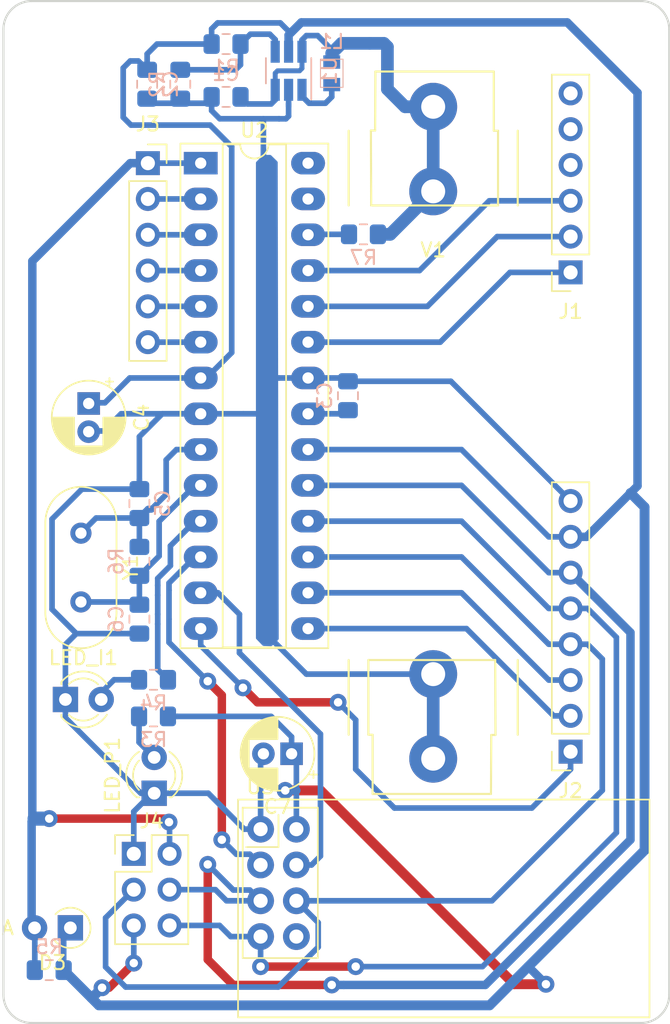
<source format=kicad_pcb>
(kicad_pcb (version 20171130) (host pcbnew 5.0.1-33cea8e~68~ubuntu18.04.1)

  (general
    (thickness 1.6)
    (drawings 10)
    (tracks 346)
    (zones 0)
    (modules 27)
    (nets 34)
  )

  (page USLetter)
  (title_block
    (title Samn)
    (date 2018-11-05)
    (rev 4)
    (comment 1 "Fourth board, everything on back, mostly")
  )

  (layers
    (0 F.Cu mixed)
    (31 B.Cu mixed)
    (32 B.Adhes user hide)
    (33 F.Adhes user hide)
    (34 B.Paste user hide)
    (35 F.Paste user hide)
    (36 B.SilkS user hide)
    (37 F.SilkS user hide)
    (38 B.Mask user)
    (39 F.Mask user)
    (40 Dwgs.User user)
    (41 Cmts.User user)
    (42 Eco1.User user)
    (43 Eco2.User user)
    (44 Edge.Cuts user)
    (45 Margin user)
    (46 B.CrtYd user)
    (47 F.CrtYd user)
    (48 B.Fab user hide)
    (49 F.Fab user hide)
  )

  (setup
    (last_trace_width 0.4)
    (trace_clearance 0.4)
    (zone_clearance 0.508)
    (zone_45_only no)
    (trace_min 0.4)
    (segment_width 0.2)
    (edge_width 0.15)
    (via_size 1.2)
    (via_drill 0.6)
    (via_min_size 0.9)
    (via_min_drill 0.6)
    (uvia_size 0.3)
    (uvia_drill 0.1)
    (uvias_allowed no)
    (uvia_min_size 0.2)
    (uvia_min_drill 0.1)
    (pcb_text_width 0.3)
    (pcb_text_size 1.5 1.5)
    (mod_edge_width 0.15)
    (mod_text_size 1 1)
    (mod_text_width 0.15)
    (pad_size 1.524 1.524)
    (pad_drill 0.762)
    (pad_to_mask_clearance 0.051)
    (solder_mask_min_width 0.25)
    (aux_axis_origin 50.8 14.986)
    (visible_elements FFFFFF7F)
    (pcbplotparams
      (layerselection 0x010fc_ffffffff)
      (usegerberextensions false)
      (usegerberattributes false)
      (usegerberadvancedattributes false)
      (creategerberjobfile false)
      (excludeedgelayer true)
      (linewidth 0.100000)
      (plotframeref false)
      (viasonmask false)
      (mode 1)
      (useauxorigin false)
      (hpglpennumber 1)
      (hpglpenspeed 20)
      (hpglpendiameter 15.000000)
      (psnegative false)
      (psa4output false)
      (plotreference true)
      (plotvalue true)
      (plotinvisibletext false)
      (padsonsilk false)
      (subtractmaskfromsilk false)
      (outputformat 1)
      (mirror false)
      (drillshape 1)
      (scaleselection 1)
      (outputdirectory ""))
  )

  (net 0 "")
  (net 1 "Net-(C5-Pad1)")
  (net 2 "Net-(C6-Pad1)")
  (net 3 Reset)
  (net 4 +3V3)
  (net 5 "Net-(R1-Pad2)")
  (net 6 GND)
  (net 7 "Net-(R4-Pad2)")
  (net 8 "Net-(U2-Pad12)")
  (net 9 "Net-(U2-Pad13)")
  (net 10 SCK)
  (net 11 MOSI)
  (net 12 MISO)
  (net 13 "Net-(U3-Pad8)")
  (net 14 "Net-(L1-Pad2)")
  (net 15 +1V5)
  (net 16 "Net-(J2-Pad2)")
  (net 17 "Net-(J3-Pad2)")
  (net 18 "Net-(J2-Pad3)")
  (net 19 "Net-(J3-Pad3)")
  (net 20 "Net-(J3-Pad4)")
  (net 21 "Net-(J3-Pad5)")
  (net 22 "Net-(J3-Pad6)")
  (net 23 "Net-(C3-Pad2)")
  (net 24 "Net-(J1-Pad1)")
  (net 25 "Net-(J1-Pad2)")
  (net 26 "Net-(J1-Pad3)")
  (net 27 "Net-(J1-Pad4)")
  (net 28 "Net-(J1-Pad5)")
  (net 29 "Net-(J2-Pad1)")
  (net 30 "Net-(J1-Pad6)")
  (net 31 "Net-(LED_I1-Pad2)")
  (net 32 "Net-(LED_P1-Pad2)")
  (net 33 "Net-(R7-Pad1)")

  (net_class Default "This is the default net class."
    (clearance 0.4)
    (trace_width 0.4)
    (via_dia 1.2)
    (via_drill 0.6)
    (uvia_dia 0.3)
    (uvia_drill 0.1)
    (diff_pair_gap 0.25)
    (diff_pair_width 0.4)
    (add_net +1V5)
    (add_net +3V3)
    (add_net GND)
    (add_net MISO)
    (add_net MOSI)
    (add_net "Net-(C3-Pad2)")
    (add_net "Net-(C5-Pad1)")
    (add_net "Net-(C6-Pad1)")
    (add_net "Net-(J1-Pad1)")
    (add_net "Net-(J1-Pad2)")
    (add_net "Net-(J1-Pad3)")
    (add_net "Net-(J1-Pad4)")
    (add_net "Net-(J1-Pad5)")
    (add_net "Net-(J1-Pad6)")
    (add_net "Net-(J2-Pad1)")
    (add_net "Net-(J2-Pad2)")
    (add_net "Net-(J2-Pad3)")
    (add_net "Net-(J3-Pad2)")
    (add_net "Net-(J3-Pad3)")
    (add_net "Net-(J3-Pad4)")
    (add_net "Net-(J3-Pad5)")
    (add_net "Net-(J3-Pad6)")
    (add_net "Net-(L1-Pad2)")
    (add_net "Net-(LED_I1-Pad2)")
    (add_net "Net-(LED_P1-Pad2)")
    (add_net "Net-(R1-Pad2)")
    (add_net "Net-(R4-Pad2)")
    (add_net "Net-(R7-Pad1)")
    (add_net "Net-(U2-Pad12)")
    (add_net "Net-(U2-Pad13)")
    (add_net "Net-(U3-Pad8)")
    (add_net Reset)
    (add_net SCK)
  )

  (module common:nRF24L01_Breakout_mine (layer F.Cu) (tedit 5BE095CD) (tstamp 5BED37A0)
    (at 38.25 77.5)
    (descr "nRF24L01 breakout board")
    (tags "nRF24L01 adapter breakout")
    (path /5BD69B17)
    (fp_text reference U3 (at 0 -3) (layer F.SilkS)
      (effects (font (size 1 1) (thickness 0.15)))
    )
    (fp_text value NRF24L01_Breakout (at 13 5) (layer F.Fab)
      (effects (font (size 1 1) (thickness 0.15)))
    )
    (fp_text user %R (at 12.5 2.5) (layer F.Fab)
      (effects (font (size 1 1) (thickness 0.15)))
    )
    (fp_line (start 27.75 -2.25) (end 27.75 -2.25) (layer F.CrtYd) (width 0.05))
    (fp_line (start 27.75 13.5) (end 27.75 -2.25) (layer F.CrtYd) (width 0.05))
    (fp_line (start -1.75 13.5) (end 27.75 13.5) (layer F.CrtYd) (width 0.05))
    (fp_line (start -1.75 -2.25) (end -1.75 13.5) (layer F.CrtYd) (width 0.05))
    (fp_line (start 27.75 -2.25) (end -1.75 -2.25) (layer F.CrtYd) (width 0.05))
    (fp_line (start -1.27 -1.524) (end -1.27 -1.524) (layer F.SilkS) (width 0.12))
    (fp_line (start -1.27 9.144) (end -1.27 -1.524) (layer F.SilkS) (width 0.12))
    (fp_line (start -1.6 -2.1) (end -1.6 -2.1) (layer F.SilkS) (width 0.12))
    (fp_line (start -1.6 13.35) (end -1.6 -2.1) (layer F.SilkS) (width 0.12))
    (fp_line (start 27.6 13.35) (end -1.6 13.35) (layer F.SilkS) (width 0.12))
    (fp_line (start 27.6 -2.1) (end 27.6 13.35) (layer F.SilkS) (width 0.12))
    (fp_line (start -1.6 -2.1) (end 27.6 -2.1) (layer F.SilkS) (width 0.12))
    (fp_line (start -1.016 1.27) (end -1.016 1.27) (layer F.SilkS) (width 0.12))
    (fp_line (start 1.27 1.27) (end -1.016 1.27) (layer F.SilkS) (width 0.12))
    (fp_line (start 1.27 -1.016) (end 1.27 1.27) (layer F.SilkS) (width 0.12))
    (fp_line (start -1.27 9.144) (end -1.27 9.144) (layer F.SilkS) (width 0.12))
    (fp_line (start 4.064 9.144) (end -1.27 9.144) (layer F.SilkS) (width 0.12))
    (fp_line (start 4.064 -1.524) (end 4.064 9.144) (layer F.SilkS) (width 0.12))
    (fp_line (start -1.27 -1.524) (end 4.064 -1.524) (layer F.SilkS) (width 0.12))
    (fp_line (start -1.27 -1.27) (end -1.27 -1.27) (layer F.Fab) (width 0.1))
    (fp_line (start -1.27 8.89) (end -1.27 -1.27) (layer F.Fab) (width 0.1))
    (fp_line (start 3.81 8.89) (end -1.27 8.89) (layer F.Fab) (width 0.1))
    (fp_line (start 3.81 -1.27) (end 3.81 8.89) (layer F.Fab) (width 0.1))
    (fp_line (start -1.27 -1.27) (end 3.81 -1.27) (layer F.Fab) (width 0.1))
    (fp_line (start -1.5 -2) (end -1.5 -2) (layer F.Fab) (width 0.1))
    (fp_line (start -1.5 13.25) (end -1.5 -2) (layer F.Fab) (width 0.1))
    (fp_line (start 27.5 13.25) (end -1.5 13.25) (layer F.Fab) (width 0.1))
    (fp_line (start 27.5 -2) (end 27.5 13.25) (layer F.Fab) (width 0.1))
    (fp_line (start -1.5 -2) (end 27.5 -2) (layer F.Fab) (width 0.1))
    (pad 8 thru_hole circle (at 2.54 7.62) (size 1.9 1.9) (drill 1) (layers *.Cu *.Mask)
      (net 13 "Net-(U3-Pad8)"))
    (pad 7 thru_hole circle (at 0 7.62) (size 1.9 1.9) (drill 1) (layers *.Cu *.Mask)
      (net 12 MISO))
    (pad 6 thru_hole circle (at 2.54 5.08) (size 1.9 1.9) (drill 1) (layers *.Cu *.Mask)
      (net 11 MOSI))
    (pad 5 thru_hole circle (at 0 5.08) (size 1.9 1.9) (drill 1) (layers *.Cu *.Mask)
      (net 10 SCK))
    (pad 4 thru_hole circle (at 2.54 2.54) (size 1.9 1.9) (drill 1) (layers *.Cu *.Mask)
      (net 9 "Net-(U2-Pad13)"))
    (pad 3 thru_hole circle (at 0 2.54) (size 1.9 1.9) (drill 1) (layers *.Cu *.Mask)
      (net 8 "Net-(U2-Pad12)"))
    (pad 2 thru_hole circle (at 2.54 0) (size 1.9 1.9) (drill 1) (layers *.Cu *.Mask)
      (net 4 +3V3))
    (pad 1 thru_hole circle (at 0 0) (size 1.9 1.9) (drill 1) (layers *.Cu *.Mask)
      (net 6 GND))
    (model ${KISYS3DMOD}/RF_Module.3dshapes/nRF24L01_Breakout.wrl
      (at (xyz 0 0 0))
      (scale (xyz 1 1 1))
      (rotate (xyz 0 0 0))
    )
  )

  (module Connector_PinHeader_2.54mm:PinHeader_2x03_P2.54mm_Vertical (layer F.Cu) (tedit 59FED5CC) (tstamp 5BED150B)
    (at 29.25 79.25)
    (descr "Through hole straight pin header, 2x03, 2.54mm pitch, double rows")
    (tags "Through hole pin header THT 2x03 2.54mm double row")
    (path /5BE1E6A7)
    (fp_text reference J4 (at 1.27 -2.33) (layer F.SilkS)
      (effects (font (size 1 1) (thickness 0.15)))
    )
    (fp_text value Conn_02x03_Male_ICSP (at 1.27 7.41) (layer F.Fab)
      (effects (font (size 1 1) (thickness 0.15)))
    )
    (fp_line (start 0 -1.27) (end 3.81 -1.27) (layer F.Fab) (width 0.1))
    (fp_line (start 3.81 -1.27) (end 3.81 6.35) (layer F.Fab) (width 0.1))
    (fp_line (start 3.81 6.35) (end -1.27 6.35) (layer F.Fab) (width 0.1))
    (fp_line (start -1.27 6.35) (end -1.27 0) (layer F.Fab) (width 0.1))
    (fp_line (start -1.27 0) (end 0 -1.27) (layer F.Fab) (width 0.1))
    (fp_line (start -1.33 6.41) (end 3.87 6.41) (layer F.SilkS) (width 0.12))
    (fp_line (start -1.33 1.27) (end -1.33 6.41) (layer F.SilkS) (width 0.12))
    (fp_line (start 3.87 -1.33) (end 3.87 6.41) (layer F.SilkS) (width 0.12))
    (fp_line (start -1.33 1.27) (end 1.27 1.27) (layer F.SilkS) (width 0.12))
    (fp_line (start 1.27 1.27) (end 1.27 -1.33) (layer F.SilkS) (width 0.12))
    (fp_line (start 1.27 -1.33) (end 3.87 -1.33) (layer F.SilkS) (width 0.12))
    (fp_line (start -1.33 0) (end -1.33 -1.33) (layer F.SilkS) (width 0.12))
    (fp_line (start -1.33 -1.33) (end 0 -1.33) (layer F.SilkS) (width 0.12))
    (fp_line (start -1.8 -1.8) (end -1.8 6.85) (layer F.CrtYd) (width 0.05))
    (fp_line (start -1.8 6.85) (end 4.35 6.85) (layer F.CrtYd) (width 0.05))
    (fp_line (start 4.35 6.85) (end 4.35 -1.8) (layer F.CrtYd) (width 0.05))
    (fp_line (start 4.35 -1.8) (end -1.8 -1.8) (layer F.CrtYd) (width 0.05))
    (fp_text user %R (at 1.27 2.54 90) (layer F.Fab)
      (effects (font (size 1 1) (thickness 0.15)))
    )
    (pad 1 thru_hole rect (at 0 0) (size 1.7 1.7) (drill 1) (layers *.Cu *.Mask)
      (net 6 GND))
    (pad 2 thru_hole oval (at 2.54 0) (size 1.7 1.7) (drill 1) (layers *.Cu *.Mask)
      (net 3 Reset))
    (pad 3 thru_hole oval (at 0 2.54) (size 1.7 1.7) (drill 1) (layers *.Cu *.Mask)
      (net 11 MOSI))
    (pad 4 thru_hole oval (at 2.54 2.54) (size 1.7 1.7) (drill 1) (layers *.Cu *.Mask)
      (net 10 SCK))
    (pad 5 thru_hole oval (at 0 5.08) (size 1.7 1.7) (drill 1) (layers *.Cu *.Mask)
      (net 4 +3V3))
    (pad 6 thru_hole oval (at 2.54 5.08) (size 1.7 1.7) (drill 1) (layers *.Cu *.Mask)
      (net 12 MISO))
    (model ${KISYS3DMOD}/Connector_PinHeader_2.54mm.3dshapes/PinHeader_2x03_P2.54mm_Vertical.wrl
      (at (xyz 0 0 0))
      (scale (xyz 1 1 1))
      (rotate (xyz 0 0 0))
    )
  )

  (module Resistor_SMD:R_0805_2012Metric_Pad1.15x1.40mm_HandSolder (layer B.Cu) (tedit 5B36C52B) (tstamp 5BDF1D87)
    (at 45.55 35.3)
    (descr "Resistor SMD 0805 (2012 Metric), square (rectangular) end terminal, IPC_7351 nominal with elongated pad for handsoldering. (Body size source: https://docs.google.com/spreadsheets/d/1BsfQQcO9C6DZCsRaXUlFlo91Tg2WpOkGARC1WS5S8t0/edit?usp=sharing), generated with kicad-footprint-generator")
    (tags "resistor handsolder")
    (path /5BE15B39)
    (attr smd)
    (fp_text reference R7 (at 0 1.65) (layer B.SilkS)
      (effects (font (size 1 1) (thickness 0.15)) (justify mirror))
    )
    (fp_text value 10k (at 0 -1.65) (layer B.Fab)
      (effects (font (size 1 1) (thickness 0.15)) (justify mirror))
    )
    (fp_text user %R (at 0 0) (layer B.Fab)
      (effects (font (size 0.5 0.5) (thickness 0.08)) (justify mirror))
    )
    (fp_line (start 1.85 -0.95) (end -1.85 -0.95) (layer B.CrtYd) (width 0.05))
    (fp_line (start 1.85 0.95) (end 1.85 -0.95) (layer B.CrtYd) (width 0.05))
    (fp_line (start -1.85 0.95) (end 1.85 0.95) (layer B.CrtYd) (width 0.05))
    (fp_line (start -1.85 -0.95) (end -1.85 0.95) (layer B.CrtYd) (width 0.05))
    (fp_line (start -0.261252 -0.71) (end 0.261252 -0.71) (layer B.SilkS) (width 0.12))
    (fp_line (start -0.261252 0.71) (end 0.261252 0.71) (layer B.SilkS) (width 0.12))
    (fp_line (start 1 -0.6) (end -1 -0.6) (layer B.Fab) (width 0.1))
    (fp_line (start 1 0.6) (end 1 -0.6) (layer B.Fab) (width 0.1))
    (fp_line (start -1 0.6) (end 1 0.6) (layer B.Fab) (width 0.1))
    (fp_line (start -1 -0.6) (end -1 0.6) (layer B.Fab) (width 0.1))
    (pad 2 smd roundrect (at 1.025 0) (size 1.15 1.4) (layers B.Cu B.Paste B.Mask) (roundrect_rratio 0.217391)
      (net 15 +1V5))
    (pad 1 smd roundrect (at -1.025 0) (size 1.15 1.4) (layers B.Cu B.Paste B.Mask) (roundrect_rratio 0.217391)
      (net 33 "Net-(R7-Pad1)"))
    (model ${KISYS3DMOD}/Resistor_SMD.3dshapes/R_0805_2012Metric.wrl
      (at (xyz 0 0 0))
      (scale (xyz 1 1 1))
      (rotate (xyz 0 0 0))
    )
  )

  (module LED_THT:LED_D3.0mm_FlatTop (layer F.Cu) (tedit 5880A862) (tstamp 5BE95E92)
    (at 30.7 74.95 90)
    (descr "LED, Round, FlatTop, diameter 3.0mm, 2 pins, http://www.kingbright.com/attachments/file/psearch/000/00/00/L-47XEC(Ver.9A).pdf")
    (tags "LED Round FlatTop diameter 3.0mm 2 pins")
    (path /5BD6641D)
    (fp_text reference LED_P1 (at 1.27 -2.96 90) (layer F.SilkS)
      (effects (font (size 1 1) (thickness 0.15)))
    )
    (fp_text value "2V 20mA" (at 1.27 2.96 90) (layer F.Fab)
      (effects (font (size 1 1) (thickness 0.15)))
    )
    (fp_line (start 3.7 -2.25) (end -1.15 -2.25) (layer F.CrtYd) (width 0.05))
    (fp_line (start 3.7 2.25) (end 3.7 -2.25) (layer F.CrtYd) (width 0.05))
    (fp_line (start -1.15 2.25) (end 3.7 2.25) (layer F.CrtYd) (width 0.05))
    (fp_line (start -1.15 -2.25) (end -1.15 2.25) (layer F.CrtYd) (width 0.05))
    (fp_line (start -0.29 1.08) (end -0.29 1.236) (layer F.SilkS) (width 0.12))
    (fp_line (start -0.29 -1.236) (end -0.29 -1.08) (layer F.SilkS) (width 0.12))
    (fp_line (start -0.23 -1.16619) (end -0.23 1.16619) (layer F.Fab) (width 0.1))
    (fp_circle (center 1.27 0) (end 2.77 0) (layer F.Fab) (width 0.1))
    (fp_arc (start 1.27 0) (end 0.229039 1.08) (angle -87.9) (layer F.SilkS) (width 0.12))
    (fp_arc (start 1.27 0) (end 0.229039 -1.08) (angle 87.9) (layer F.SilkS) (width 0.12))
    (fp_arc (start 1.27 0) (end -0.29 1.235516) (angle -108.8) (layer F.SilkS) (width 0.12))
    (fp_arc (start 1.27 0) (end -0.29 -1.235516) (angle 108.8) (layer F.SilkS) (width 0.12))
    (fp_arc (start 1.27 0) (end -0.23 -1.16619) (angle 284.3) (layer F.Fab) (width 0.1))
    (pad 2 thru_hole circle (at 2.54 0 90) (size 1.8 1.8) (drill 0.9) (layers *.Cu *.Mask)
      (net 32 "Net-(LED_P1-Pad2)"))
    (pad 1 thru_hole rect (at 0 0 90) (size 1.8 1.8) (drill 0.9) (layers *.Cu *.Mask)
      (net 6 GND))
    (model ${KISYS3DMOD}/LED_THT.3dshapes/LED_D3.0mm_FlatTop.wrl
      (at (xyz 0 0 0))
      (scale (xyz 1 1 1))
      (rotate (xyz 0 0 0))
    )
  )

  (module LED_THT:LED_D3.0mm_FlatTop (layer F.Cu) (tedit 5880A862) (tstamp 5BE95C7C)
    (at 24.4 68.3)
    (descr "LED, Round, FlatTop, diameter 3.0mm, 2 pins, http://www.kingbright.com/attachments/file/psearch/000/00/00/L-47XEC(Ver.9A).pdf")
    (tags "LED Round FlatTop diameter 3.0mm 2 pins")
    (path /5BE01761)
    (fp_text reference LED_I1 (at 1.27 -2.96) (layer F.SilkS)
      (effects (font (size 1 1) (thickness 0.15)))
    )
    (fp_text value "2V 20mA" (at 1.27 2.96) (layer F.Fab)
      (effects (font (size 1 1) (thickness 0.15)))
    )
    (fp_line (start 3.7 -2.25) (end -1.15 -2.25) (layer F.CrtYd) (width 0.05))
    (fp_line (start 3.7 2.25) (end 3.7 -2.25) (layer F.CrtYd) (width 0.05))
    (fp_line (start -1.15 2.25) (end 3.7 2.25) (layer F.CrtYd) (width 0.05))
    (fp_line (start -1.15 -2.25) (end -1.15 2.25) (layer F.CrtYd) (width 0.05))
    (fp_line (start -0.29 1.08) (end -0.29 1.236) (layer F.SilkS) (width 0.12))
    (fp_line (start -0.29 -1.236) (end -0.29 -1.08) (layer F.SilkS) (width 0.12))
    (fp_line (start -0.23 -1.16619) (end -0.23 1.16619) (layer F.Fab) (width 0.1))
    (fp_circle (center 1.27 0) (end 2.77 0) (layer F.Fab) (width 0.1))
    (fp_arc (start 1.27 0) (end 0.229039 1.08) (angle -87.9) (layer F.SilkS) (width 0.12))
    (fp_arc (start 1.27 0) (end 0.229039 -1.08) (angle 87.9) (layer F.SilkS) (width 0.12))
    (fp_arc (start 1.27 0) (end -0.29 1.235516) (angle -108.8) (layer F.SilkS) (width 0.12))
    (fp_arc (start 1.27 0) (end -0.29 -1.235516) (angle 108.8) (layer F.SilkS) (width 0.12))
    (fp_arc (start 1.27 0) (end -0.23 -1.16619) (angle 284.3) (layer F.Fab) (width 0.1))
    (pad 2 thru_hole circle (at 2.54 0) (size 1.8 1.8) (drill 0.9) (layers *.Cu *.Mask)
      (net 31 "Net-(LED_I1-Pad2)"))
    (pad 1 thru_hole rect (at 0 0) (size 1.8 1.8) (drill 0.9) (layers *.Cu *.Mask)
      (net 6 GND))
    (model ${KISYS3DMOD}/LED_THT.3dshapes/LED_D3.0mm_FlatTop.wrl
      (at (xyz 0 0 0))
      (scale (xyz 1 1 1))
      (rotate (xyz 0 0 0))
    )
  )

  (module common:WE-LQS locked (layer B.Cu) (tedit 5BDB59E8) (tstamp 5BE95C52)
    (at 43.3 23.8752)
    (path /5BD4B1D3)
    (fp_text reference L1 (at 0 -2.25) (layer B.SilkS)
      (effects (font (size 1 1) (thickness 0.15)) (justify mirror))
    )
    (fp_text value 4.7uH (at 0 3.81) (layer B.Fab)
      (effects (font (size 1 1) (thickness 0.15)) (justify mirror))
    )
    (fp_line (start -0.8 1) (end -0.8 -1) (layer B.SilkS) (width 0.07))
    (fp_line (start 0.8 1) (end -0.8 1) (layer B.SilkS) (width 0.07))
    (fp_line (start 0.8 -1) (end 0.8 1) (layer B.SilkS) (width 0.07))
    (fp_line (start -0.8 -1) (end 0.8 -1) (layer B.SilkS) (width 0.07))
    (pad 2 smd rect (at 0 0.8) (size 1.2 0.95) (layers B.Cu B.Paste B.Mask)
      (net 14 "Net-(L1-Pad2)"))
    (pad 1 smd rect (at 0 -0.8) (size 1.2 0.95) (layers B.Cu B.Paste B.Mask)
      (net 15 +1V5))
  )

  (module Diode_THT:D_A-405_P2.54mm_Vertical_AnodeUp (layer F.Cu) (tedit 5AE50CD5) (tstamp 5BE95EC5)
    (at 24.75 84.5 180)
    (descr "Diode, A-405 series, Axial, Vertical, pin pitch=2.54mm, , length*diameter=5.2*2.7mm^2, , http://www.diodes.com/_files/packages/A-405.pdf")
    (tags "Diode A-405 series Axial Vertical pin pitch 2.54mm  length 5.2mm diameter 2.7mm")
    (path /5BE719B1)
    (fp_text reference D3 (at 1.27 -2.47 180) (layer F.SilkS)
      (effects (font (size 1 1) (thickness 0.15)))
    )
    (fp_text value D (at 1.27 3.359 180) (layer F.Fab)
      (effects (font (size 1 1) (thickness 0.15)))
    )
    (fp_text user A (at 4.44 0 180) (layer F.SilkS)
      (effects (font (size 1 1) (thickness 0.15)))
    )
    (fp_text user A (at 4.44 0 180) (layer F.Fab)
      (effects (font (size 1 1) (thickness 0.15)))
    )
    (fp_text user %R (at 1.27 -2.47 180) (layer F.Fab)
      (effects (font (size 1 1) (thickness 0.15)))
    )
    (fp_line (start 3.69 -1.6) (end -1.6 -1.6) (layer F.CrtYd) (width 0.05))
    (fp_line (start 3.69 1.6) (end 3.69 -1.6) (layer F.CrtYd) (width 0.05))
    (fp_line (start -1.6 1.6) (end 3.69 1.6) (layer F.CrtYd) (width 0.05))
    (fp_line (start -1.6 -1.6) (end -1.6 1.6) (layer F.CrtYd) (width 0.05))
    (fp_line (start 0 0) (end 2.54 0) (layer F.Fab) (width 0.1))
    (fp_circle (center 0 0) (end 1.35 0) (layer F.Fab) (width 0.1))
    (fp_arc (start 0 0) (end 1.113239 -0.9) (angle -278.451986) (layer F.SilkS) (width 0.12))
    (pad 2 thru_hole oval (at 2.54 0 180) (size 1.8 1.8) (drill 0.9) (layers *.Cu *.Mask)
      (net 3 Reset))
    (pad 1 thru_hole rect (at 0 0 180) (size 1.8 1.8) (drill 0.9) (layers *.Cu *.Mask)
      (net 4 +3V3))
    (model ${KISYS3DMOD}/Diode_THT.3dshapes/D_A-405_P2.54mm_Vertical_AnodeUp.wrl
      (at (xyz 0 0 0))
      (scale (xyz 1 1 1))
      (rotate (xyz 0 0 0))
    )
  )

  (module common:AA_Holder (layer F.Cu) (tedit 5BDE2773) (tstamp 5BE95BE3)
    (at 50.5 26.25)
    (path /5BE78B98)
    (fp_text reference V1 (at 0 10.16) (layer F.SilkS)
      (effects (font (size 1 1) (thickness 0.15)))
    )
    (fp_text value AA (at 0 -3.5) (layer F.Fab)
      (effects (font (size 1 1) (thickness 0.15)))
    )
    (fp_line (start 6 44.55) (end 6 39.25) (layer F.SilkS) (width 0.15))
    (fp_line (start -6 44.55) (end -6 39.25) (layer F.SilkS) (width 0.15))
    (fp_line (start -6 7) (end -6 1.7) (layer F.SilkS) (width 0.15))
    (fp_line (start 4.6 7) (end 4.6 1.7) (layer F.SilkS) (width 0.15))
    (fp_line (start 4.4 39.25) (end -4.6 39.25) (layer F.SilkS) (width 0.15))
    (fp_line (start -4.6 39.25) (end -4.6 44.55) (layer F.SilkS) (width 0.15))
    (fp_line (start 4.121494 44.56694) (end 4.1 48.75) (layer F.SilkS) (width 0.15))
    (fp_line (start -4.3 44.55) (end -4.3 48.75) (layer F.SilkS) (width 0.15))
    (fp_line (start 4.4 39.25) (end 4.421494 44.56694) (layer F.SilkS) (width 0.15))
    (fp_line (start -4.6 44.55) (end -4.3 44.55) (layer F.SilkS) (width 0.15))
    (fp_line (start -4.3 48.75) (end 4.1 48.75) (layer F.SilkS) (width 0.15))
    (fp_line (start 4.421494 44.56694) (end 4.121494 44.56694) (layer F.SilkS) (width 0.15))
    (fp_line (start -4.4 7) (end -4.421494 1.68306) (layer F.SilkS) (width 0.15))
    (fp_line (start -4.421494 1.68306) (end -4.121494 1.68306) (layer F.SilkS) (width 0.15))
    (fp_line (start -4.121494 1.68306) (end -4.1 -2.5) (layer F.SilkS) (width 0.15))
    (fp_line (start 4.3 -2.5) (end -4.1 -2.5) (layer F.SilkS) (width 0.15))
    (fp_line (start 4.3 1.7) (end 4.3 -2.5) (layer F.SilkS) (width 0.15))
    (fp_line (start 4.6 1.7) (end 4.3 1.7) (layer F.SilkS) (width 0.15))
    (fp_line (start 6 7) (end 6 1.7) (layer F.SilkS) (width 0.15))
    (fp_line (start -4.4 7) (end 4.6 7) (layer F.SilkS) (width 0.15))
    (pad 2 thru_hole circle (at 0 46.25 180) (size 3.4 3.4) (drill 1.7) (layers *.Cu *.Mask)
      (net 6 GND))
    (pad 2 thru_hole circle (at 0 40.25 180) (size 3.4 3.4) (drill 1.7) (layers *.Cu *.Mask)
      (net 6 GND))
    (pad 1 thru_hole circle (at 0 6) (size 3.4 3.4) (drill 1.7) (layers *.Cu *.Mask)
      (net 15 +1V5))
    (pad 1 thru_hole circle (at 0 0) (size 3.4 3.4) (drill 1.7) (layers *.Cu *.Mask)
      (net 15 +1V5))
  )

  (module Crystal:Crystal_HC49-4H_Vertical (layer F.Cu) (tedit 5A1AD3B7) (tstamp 5BE95CB6)
    (at 25.5 56.5 270)
    (descr "Crystal THT HC-49-4H http://5hertz.com/pdfs/04404_D.pdf")
    (tags "THT crystalHC-49-4H")
    (path /5BD3E59D)
    (fp_text reference Y1 (at 2.44 -3.525 270) (layer F.SilkS)
      (effects (font (size 1 1) (thickness 0.15)))
    )
    (fp_text value 8MHz (at 2.44 3.525 270) (layer F.Fab)
      (effects (font (size 1 1) (thickness 0.15)))
    )
    (fp_arc (start 5.64 0) (end 5.64 -2.525) (angle 180) (layer F.SilkS) (width 0.12))
    (fp_arc (start -0.76 0) (end -0.76 -2.525) (angle -180) (layer F.SilkS) (width 0.12))
    (fp_arc (start 5.44 0) (end 5.44 -2) (angle 180) (layer F.Fab) (width 0.1))
    (fp_arc (start -0.56 0) (end -0.56 -2) (angle -180) (layer F.Fab) (width 0.1))
    (fp_arc (start 5.64 0) (end 5.64 -2.325) (angle 180) (layer F.Fab) (width 0.1))
    (fp_arc (start -0.76 0) (end -0.76 -2.325) (angle -180) (layer F.Fab) (width 0.1))
    (fp_line (start 8.5 -2.8) (end -3.6 -2.8) (layer F.CrtYd) (width 0.05))
    (fp_line (start 8.5 2.8) (end 8.5 -2.8) (layer F.CrtYd) (width 0.05))
    (fp_line (start -3.6 2.8) (end 8.5 2.8) (layer F.CrtYd) (width 0.05))
    (fp_line (start -3.6 -2.8) (end -3.6 2.8) (layer F.CrtYd) (width 0.05))
    (fp_line (start -0.76 2.525) (end 5.64 2.525) (layer F.SilkS) (width 0.12))
    (fp_line (start -0.76 -2.525) (end 5.64 -2.525) (layer F.SilkS) (width 0.12))
    (fp_line (start -0.56 2) (end 5.44 2) (layer F.Fab) (width 0.1))
    (fp_line (start -0.56 -2) (end 5.44 -2) (layer F.Fab) (width 0.1))
    (fp_line (start -0.76 2.325) (end 5.64 2.325) (layer F.Fab) (width 0.1))
    (fp_line (start -0.76 -2.325) (end 5.64 -2.325) (layer F.Fab) (width 0.1))
    (fp_text user %R (at 2.44 0 270) (layer F.Fab)
      (effects (font (size 1 1) (thickness 0.15)))
    )
    (pad 2 thru_hole circle (at 4.88 0 270) (size 1.5 1.5) (drill 0.8) (layers *.Cu *.Mask)
      (net 2 "Net-(C6-Pad1)"))
    (pad 1 thru_hole circle (at 0 0 270) (size 1.5 1.5) (drill 0.8) (layers *.Cu *.Mask)
      (net 1 "Net-(C5-Pad1)"))
    (model ${KISYS3DMOD}/Crystal.3dshapes/Crystal_HC49-4H_Vertical.wrl
      (at (xyz 0 0 0))
      (scale (xyz 1 1 1))
      (rotate (xyz 0 0 0))
    )
  )

  (module Capacitor_SMD:C_0805_2012Metric_Pad1.15x1.40mm_HandSolder locked (layer B.Cu) (tedit 5B36C52B) (tstamp 5BE96289)
    (at 30.2 24.65 90)
    (descr "Capacitor SMD 0805 (2012 Metric), square (rectangular) end terminal, IPC_7351 nominal with elongated pad for handsoldering. (Body size source: https://docs.google.com/spreadsheets/d/1BsfQQcO9C6DZCsRaXUlFlo91Tg2WpOkGARC1WS5S8t0/edit?usp=sharing), generated with kicad-footprint-generator")
    (tags "capacitor handsolder")
    (path /5BD45B52)
    (attr smd)
    (fp_text reference C2 (at 0 1.65 90) (layer B.SilkS)
      (effects (font (size 1 1) (thickness 0.15)) (justify mirror))
    )
    (fp_text value 10uF (at 3.794 0 90) (layer B.Fab)
      (effects (font (size 1 1) (thickness 0.15)) (justify mirror))
    )
    (fp_text user %R (at 0 0 90) (layer B.Fab)
      (effects (font (size 0.5 0.5) (thickness 0.08)) (justify mirror))
    )
    (fp_line (start 1.85 -0.95) (end -1.85 -0.95) (layer B.CrtYd) (width 0.05))
    (fp_line (start 1.85 0.95) (end 1.85 -0.95) (layer B.CrtYd) (width 0.05))
    (fp_line (start -1.85 0.95) (end 1.85 0.95) (layer B.CrtYd) (width 0.05))
    (fp_line (start -1.85 -0.95) (end -1.85 0.95) (layer B.CrtYd) (width 0.05))
    (fp_line (start -0.261252 -0.71) (end 0.261252 -0.71) (layer B.SilkS) (width 0.12))
    (fp_line (start -0.261252 0.71) (end 0.261252 0.71) (layer B.SilkS) (width 0.12))
    (fp_line (start 1 -0.6) (end -1 -0.6) (layer B.Fab) (width 0.1))
    (fp_line (start 1 0.6) (end 1 -0.6) (layer B.Fab) (width 0.1))
    (fp_line (start -1 0.6) (end 1 0.6) (layer B.Fab) (width 0.1))
    (fp_line (start -1 -0.6) (end -1 0.6) (layer B.Fab) (width 0.1))
    (pad 2 smd roundrect (at 1.025 0 90) (size 1.15 1.4) (layers B.Cu B.Paste B.Mask) (roundrect_rratio 0.217391)
      (net 4 +3V3))
    (pad 1 smd roundrect (at -1.025 0 90) (size 1.15 1.4) (layers B.Cu B.Paste B.Mask) (roundrect_rratio 0.217391)
      (net 6 GND))
    (model ${KISYS3DMOD}/Capacitor_SMD.3dshapes/C_0805_2012Metric.wrl
      (at (xyz 0 0 0))
      (scale (xyz 1 1 1))
      (rotate (xyz 0 0 0))
    )
  )

  (module Capacitor_SMD:C_0805_2012Metric_Pad1.15x1.40mm_HandSolder (layer B.Cu) (tedit 5B36C52B) (tstamp 5BE95F8F)
    (at 44.45 46.75 270)
    (descr "Capacitor SMD 0805 (2012 Metric), square (rectangular) end terminal, IPC_7351 nominal with elongated pad for handsoldering. (Body size source: https://docs.google.com/spreadsheets/d/1BsfQQcO9C6DZCsRaXUlFlo91Tg2WpOkGARC1WS5S8t0/edit?usp=sharing), generated with kicad-footprint-generator")
    (tags "capacitor handsolder")
    (path /5BD3C106)
    (attr smd)
    (fp_text reference C3 (at 0 1.65 270) (layer B.SilkS)
      (effects (font (size 1 1) (thickness 0.15)) (justify mirror))
    )
    (fp_text value 22pF (at 0 -1.65 270) (layer B.Fab)
      (effects (font (size 1 1) (thickness 0.15)) (justify mirror))
    )
    (fp_text user %R (at 0 0 270) (layer B.Fab)
      (effects (font (size 0.5 0.5) (thickness 0.08)) (justify mirror))
    )
    (fp_line (start 1.85 -0.95) (end -1.85 -0.95) (layer B.CrtYd) (width 0.05))
    (fp_line (start 1.85 0.95) (end 1.85 -0.95) (layer B.CrtYd) (width 0.05))
    (fp_line (start -1.85 0.95) (end 1.85 0.95) (layer B.CrtYd) (width 0.05))
    (fp_line (start -1.85 -0.95) (end -1.85 0.95) (layer B.CrtYd) (width 0.05))
    (fp_line (start -0.261252 -0.71) (end 0.261252 -0.71) (layer B.SilkS) (width 0.12))
    (fp_line (start -0.261252 0.71) (end 0.261252 0.71) (layer B.SilkS) (width 0.12))
    (fp_line (start 1 -0.6) (end -1 -0.6) (layer B.Fab) (width 0.1))
    (fp_line (start 1 0.6) (end 1 -0.6) (layer B.Fab) (width 0.1))
    (fp_line (start -1 0.6) (end 1 0.6) (layer B.Fab) (width 0.1))
    (fp_line (start -1 -0.6) (end -1 0.6) (layer B.Fab) (width 0.1))
    (pad 2 smd roundrect (at 1.025 0 270) (size 1.15 1.4) (layers B.Cu B.Paste B.Mask) (roundrect_rratio 0.217391)
      (net 23 "Net-(C3-Pad2)"))
    (pad 1 smd roundrect (at -1.025 0 270) (size 1.15 1.4) (layers B.Cu B.Paste B.Mask) (roundrect_rratio 0.217391)
      (net 6 GND))
    (model ${KISYS3DMOD}/Capacitor_SMD.3dshapes/C_0805_2012Metric.wrl
      (at (xyz 0 0 0))
      (scale (xyz 1 1 1))
      (rotate (xyz 0 0 0))
    )
  )

  (module Capacitor_SMD:C_0805_2012Metric_Pad1.15x1.40mm_HandSolder (layer B.Cu) (tedit 5B36C52B) (tstamp 5BE9608B)
    (at 29.65 54.4 90)
    (descr "Capacitor SMD 0805 (2012 Metric), square (rectangular) end terminal, IPC_7351 nominal with elongated pad for handsoldering. (Body size source: https://docs.google.com/spreadsheets/d/1BsfQQcO9C6DZCsRaXUlFlo91Tg2WpOkGARC1WS5S8t0/edit?usp=sharing), generated with kicad-footprint-generator")
    (tags "capacitor handsolder")
    (path /5BD3D9C4)
    (attr smd)
    (fp_text reference C5 (at 0 1.65 90) (layer B.SilkS)
      (effects (font (size 1 1) (thickness 0.15)) (justify mirror))
    )
    (fp_text value 22pF (at 0 -1.65 90) (layer B.Fab)
      (effects (font (size 1 1) (thickness 0.15)) (justify mirror))
    )
    (fp_text user %R (at 0 0 90) (layer B.Fab)
      (effects (font (size 0.5 0.5) (thickness 0.08)) (justify mirror))
    )
    (fp_line (start 1.85 -0.95) (end -1.85 -0.95) (layer B.CrtYd) (width 0.05))
    (fp_line (start 1.85 0.95) (end 1.85 -0.95) (layer B.CrtYd) (width 0.05))
    (fp_line (start -1.85 0.95) (end 1.85 0.95) (layer B.CrtYd) (width 0.05))
    (fp_line (start -1.85 -0.95) (end -1.85 0.95) (layer B.CrtYd) (width 0.05))
    (fp_line (start -0.261252 -0.71) (end 0.261252 -0.71) (layer B.SilkS) (width 0.12))
    (fp_line (start -0.261252 0.71) (end 0.261252 0.71) (layer B.SilkS) (width 0.12))
    (fp_line (start 1 -0.6) (end -1 -0.6) (layer B.Fab) (width 0.1))
    (fp_line (start 1 0.6) (end 1 -0.6) (layer B.Fab) (width 0.1))
    (fp_line (start -1 0.6) (end 1 0.6) (layer B.Fab) (width 0.1))
    (fp_line (start -1 -0.6) (end -1 0.6) (layer B.Fab) (width 0.1))
    (pad 2 smd roundrect (at 1.025 0 90) (size 1.15 1.4) (layers B.Cu B.Paste B.Mask) (roundrect_rratio 0.217391)
      (net 6 GND))
    (pad 1 smd roundrect (at -1.025 0 90) (size 1.15 1.4) (layers B.Cu B.Paste B.Mask) (roundrect_rratio 0.217391)
      (net 1 "Net-(C5-Pad1)"))
    (model ${KISYS3DMOD}/Capacitor_SMD.3dshapes/C_0805_2012Metric.wrl
      (at (xyz 0 0 0))
      (scale (xyz 1 1 1))
      (rotate (xyz 0 0 0))
    )
  )

  (module Capacitor_SMD:C_0805_2012Metric_Pad1.15x1.40mm_HandSolder (layer B.Cu) (tedit 5B36C52B) (tstamp 5BE9605B)
    (at 29.65 62.6 270)
    (descr "Capacitor SMD 0805 (2012 Metric), square (rectangular) end terminal, IPC_7351 nominal with elongated pad for handsoldering. (Body size source: https://docs.google.com/spreadsheets/d/1BsfQQcO9C6DZCsRaXUlFlo91Tg2WpOkGARC1WS5S8t0/edit?usp=sharing), generated with kicad-footprint-generator")
    (tags "capacitor handsolder")
    (path /5BD3DAC9)
    (attr smd)
    (fp_text reference C6 (at 0 1.65 270) (layer B.SilkS)
      (effects (font (size 1 1) (thickness 0.15)) (justify mirror))
    )
    (fp_text value 22pF (at 0 -1.65 270) (layer B.Fab)
      (effects (font (size 1 1) (thickness 0.15)) (justify mirror))
    )
    (fp_text user %R (at 0 0 270) (layer B.Fab)
      (effects (font (size 0.5 0.5) (thickness 0.08)) (justify mirror))
    )
    (fp_line (start 1.85 -0.95) (end -1.85 -0.95) (layer B.CrtYd) (width 0.05))
    (fp_line (start 1.85 0.95) (end 1.85 -0.95) (layer B.CrtYd) (width 0.05))
    (fp_line (start -1.85 0.95) (end 1.85 0.95) (layer B.CrtYd) (width 0.05))
    (fp_line (start -1.85 -0.95) (end -1.85 0.95) (layer B.CrtYd) (width 0.05))
    (fp_line (start -0.261252 -0.71) (end 0.261252 -0.71) (layer B.SilkS) (width 0.12))
    (fp_line (start -0.261252 0.71) (end 0.261252 0.71) (layer B.SilkS) (width 0.12))
    (fp_line (start 1 -0.6) (end -1 -0.6) (layer B.Fab) (width 0.1))
    (fp_line (start 1 0.6) (end 1 -0.6) (layer B.Fab) (width 0.1))
    (fp_line (start -1 0.6) (end 1 0.6) (layer B.Fab) (width 0.1))
    (fp_line (start -1 -0.6) (end -1 0.6) (layer B.Fab) (width 0.1))
    (pad 2 smd roundrect (at 1.025 0 270) (size 1.15 1.4) (layers B.Cu B.Paste B.Mask) (roundrect_rratio 0.217391)
      (net 6 GND))
    (pad 1 smd roundrect (at -1.025 0 270) (size 1.15 1.4) (layers B.Cu B.Paste B.Mask) (roundrect_rratio 0.217391)
      (net 2 "Net-(C6-Pad1)"))
    (model ${KISYS3DMOD}/Capacitor_SMD.3dshapes/C_0805_2012Metric.wrl
      (at (xyz 0 0 0))
      (scale (xyz 1 1 1))
      (rotate (xyz 0 0 0))
    )
  )

  (module Capacitor_SMD:C_0805_2012Metric_Pad1.15x1.40mm_HandSolder locked (layer B.Cu) (tedit 5B36C52B) (tstamp 5BE95EF3)
    (at 35.8 25.55 180)
    (descr "Capacitor SMD 0805 (2012 Metric), square (rectangular) end terminal, IPC_7351 nominal with elongated pad for handsoldering. (Body size source: https://docs.google.com/spreadsheets/d/1BsfQQcO9C6DZCsRaXUlFlo91Tg2WpOkGARC1WS5S8t0/edit?usp=sharing), generated with kicad-footprint-generator")
    (tags "capacitor handsolder")
    (path /5BD42C4E)
    (attr smd)
    (fp_text reference C1 (at 0 1.65 180) (layer B.SilkS)
      (effects (font (size 1 1) (thickness 0.15)) (justify mirror))
    )
    (fp_text value 4.7uF (at -4.044 -0.096 180) (layer B.Fab)
      (effects (font (size 1 1) (thickness 0.15)) (justify mirror))
    )
    (fp_text user %R (at 0 0 180) (layer B.Fab)
      (effects (font (size 0.5 0.5) (thickness 0.08)) (justify mirror))
    )
    (fp_line (start 1.85 -0.95) (end -1.85 -0.95) (layer B.CrtYd) (width 0.05))
    (fp_line (start 1.85 0.95) (end 1.85 -0.95) (layer B.CrtYd) (width 0.05))
    (fp_line (start -1.85 0.95) (end 1.85 0.95) (layer B.CrtYd) (width 0.05))
    (fp_line (start -1.85 -0.95) (end -1.85 0.95) (layer B.CrtYd) (width 0.05))
    (fp_line (start -0.261252 -0.71) (end 0.261252 -0.71) (layer B.SilkS) (width 0.12))
    (fp_line (start -0.261252 0.71) (end 0.261252 0.71) (layer B.SilkS) (width 0.12))
    (fp_line (start 1 -0.6) (end -1 -0.6) (layer B.Fab) (width 0.1))
    (fp_line (start 1 0.6) (end 1 -0.6) (layer B.Fab) (width 0.1))
    (fp_line (start -1 0.6) (end 1 0.6) (layer B.Fab) (width 0.1))
    (fp_line (start -1 -0.6) (end -1 0.6) (layer B.Fab) (width 0.1))
    (pad 2 smd roundrect (at 1.025 0 180) (size 1.15 1.4) (layers B.Cu B.Paste B.Mask) (roundrect_rratio 0.217391)
      (net 6 GND))
    (pad 1 smd roundrect (at -1.025 0 180) (size 1.15 1.4) (layers B.Cu B.Paste B.Mask) (roundrect_rratio 0.217391)
      (net 15 +1V5))
    (model ${KISYS3DMOD}/Capacitor_SMD.3dshapes/C_0805_2012Metric.wrl
      (at (xyz 0 0 0))
      (scale (xyz 1 1 1))
      (rotate (xyz 0 0 0))
    )
  )

  (module Capacitor_THT:CP_Radial_D5.0mm_P2.00mm (layer F.Cu) (tedit 5AE50EF0) (tstamp 5BE9638B)
    (at 26.05 47.3 270)
    (descr "CP, Radial series, Radial, pin pitch=2.00mm, , diameter=5mm, Electrolytic Capacitor")
    (tags "CP Radial series Radial pin pitch 2.00mm  diameter 5mm Electrolytic Capacitor")
    (path /5BE357C2)
    (fp_text reference C4 (at 1 -3.75 270) (layer F.SilkS)
      (effects (font (size 1 1) (thickness 0.15)))
    )
    (fp_text value 100uF (at 1 3.75 270) (layer F.Fab)
      (effects (font (size 1 1) (thickness 0.15)))
    )
    (fp_text user %R (at 1 0 270) (layer F.Fab)
      (effects (font (size 1 1) (thickness 0.15)))
    )
    (fp_line (start -1.554775 -1.725) (end -1.554775 -1.225) (layer F.SilkS) (width 0.12))
    (fp_line (start -1.804775 -1.475) (end -1.304775 -1.475) (layer F.SilkS) (width 0.12))
    (fp_line (start 3.601 -0.284) (end 3.601 0.284) (layer F.SilkS) (width 0.12))
    (fp_line (start 3.561 -0.518) (end 3.561 0.518) (layer F.SilkS) (width 0.12))
    (fp_line (start 3.521 -0.677) (end 3.521 0.677) (layer F.SilkS) (width 0.12))
    (fp_line (start 3.481 -0.805) (end 3.481 0.805) (layer F.SilkS) (width 0.12))
    (fp_line (start 3.441 -0.915) (end 3.441 0.915) (layer F.SilkS) (width 0.12))
    (fp_line (start 3.401 -1.011) (end 3.401 1.011) (layer F.SilkS) (width 0.12))
    (fp_line (start 3.361 -1.098) (end 3.361 1.098) (layer F.SilkS) (width 0.12))
    (fp_line (start 3.321 -1.178) (end 3.321 1.178) (layer F.SilkS) (width 0.12))
    (fp_line (start 3.281 -1.251) (end 3.281 1.251) (layer F.SilkS) (width 0.12))
    (fp_line (start 3.241 -1.319) (end 3.241 1.319) (layer F.SilkS) (width 0.12))
    (fp_line (start 3.201 -1.383) (end 3.201 1.383) (layer F.SilkS) (width 0.12))
    (fp_line (start 3.161 -1.443) (end 3.161 1.443) (layer F.SilkS) (width 0.12))
    (fp_line (start 3.121 -1.5) (end 3.121 1.5) (layer F.SilkS) (width 0.12))
    (fp_line (start 3.081 -1.554) (end 3.081 1.554) (layer F.SilkS) (width 0.12))
    (fp_line (start 3.041 -1.605) (end 3.041 1.605) (layer F.SilkS) (width 0.12))
    (fp_line (start 3.001 1.04) (end 3.001 1.653) (layer F.SilkS) (width 0.12))
    (fp_line (start 3.001 -1.653) (end 3.001 -1.04) (layer F.SilkS) (width 0.12))
    (fp_line (start 2.961 1.04) (end 2.961 1.699) (layer F.SilkS) (width 0.12))
    (fp_line (start 2.961 -1.699) (end 2.961 -1.04) (layer F.SilkS) (width 0.12))
    (fp_line (start 2.921 1.04) (end 2.921 1.743) (layer F.SilkS) (width 0.12))
    (fp_line (start 2.921 -1.743) (end 2.921 -1.04) (layer F.SilkS) (width 0.12))
    (fp_line (start 2.881 1.04) (end 2.881 1.785) (layer F.SilkS) (width 0.12))
    (fp_line (start 2.881 -1.785) (end 2.881 -1.04) (layer F.SilkS) (width 0.12))
    (fp_line (start 2.841 1.04) (end 2.841 1.826) (layer F.SilkS) (width 0.12))
    (fp_line (start 2.841 -1.826) (end 2.841 -1.04) (layer F.SilkS) (width 0.12))
    (fp_line (start 2.801 1.04) (end 2.801 1.864) (layer F.SilkS) (width 0.12))
    (fp_line (start 2.801 -1.864) (end 2.801 -1.04) (layer F.SilkS) (width 0.12))
    (fp_line (start 2.761 1.04) (end 2.761 1.901) (layer F.SilkS) (width 0.12))
    (fp_line (start 2.761 -1.901) (end 2.761 -1.04) (layer F.SilkS) (width 0.12))
    (fp_line (start 2.721 1.04) (end 2.721 1.937) (layer F.SilkS) (width 0.12))
    (fp_line (start 2.721 -1.937) (end 2.721 -1.04) (layer F.SilkS) (width 0.12))
    (fp_line (start 2.681 1.04) (end 2.681 1.971) (layer F.SilkS) (width 0.12))
    (fp_line (start 2.681 -1.971) (end 2.681 -1.04) (layer F.SilkS) (width 0.12))
    (fp_line (start 2.641 1.04) (end 2.641 2.004) (layer F.SilkS) (width 0.12))
    (fp_line (start 2.641 -2.004) (end 2.641 -1.04) (layer F.SilkS) (width 0.12))
    (fp_line (start 2.601 1.04) (end 2.601 2.035) (layer F.SilkS) (width 0.12))
    (fp_line (start 2.601 -2.035) (end 2.601 -1.04) (layer F.SilkS) (width 0.12))
    (fp_line (start 2.561 1.04) (end 2.561 2.065) (layer F.SilkS) (width 0.12))
    (fp_line (start 2.561 -2.065) (end 2.561 -1.04) (layer F.SilkS) (width 0.12))
    (fp_line (start 2.521 1.04) (end 2.521 2.095) (layer F.SilkS) (width 0.12))
    (fp_line (start 2.521 -2.095) (end 2.521 -1.04) (layer F.SilkS) (width 0.12))
    (fp_line (start 2.481 1.04) (end 2.481 2.122) (layer F.SilkS) (width 0.12))
    (fp_line (start 2.481 -2.122) (end 2.481 -1.04) (layer F.SilkS) (width 0.12))
    (fp_line (start 2.441 1.04) (end 2.441 2.149) (layer F.SilkS) (width 0.12))
    (fp_line (start 2.441 -2.149) (end 2.441 -1.04) (layer F.SilkS) (width 0.12))
    (fp_line (start 2.401 1.04) (end 2.401 2.175) (layer F.SilkS) (width 0.12))
    (fp_line (start 2.401 -2.175) (end 2.401 -1.04) (layer F.SilkS) (width 0.12))
    (fp_line (start 2.361 1.04) (end 2.361 2.2) (layer F.SilkS) (width 0.12))
    (fp_line (start 2.361 -2.2) (end 2.361 -1.04) (layer F.SilkS) (width 0.12))
    (fp_line (start 2.321 1.04) (end 2.321 2.224) (layer F.SilkS) (width 0.12))
    (fp_line (start 2.321 -2.224) (end 2.321 -1.04) (layer F.SilkS) (width 0.12))
    (fp_line (start 2.281 1.04) (end 2.281 2.247) (layer F.SilkS) (width 0.12))
    (fp_line (start 2.281 -2.247) (end 2.281 -1.04) (layer F.SilkS) (width 0.12))
    (fp_line (start 2.241 1.04) (end 2.241 2.268) (layer F.SilkS) (width 0.12))
    (fp_line (start 2.241 -2.268) (end 2.241 -1.04) (layer F.SilkS) (width 0.12))
    (fp_line (start 2.201 1.04) (end 2.201 2.29) (layer F.SilkS) (width 0.12))
    (fp_line (start 2.201 -2.29) (end 2.201 -1.04) (layer F.SilkS) (width 0.12))
    (fp_line (start 2.161 1.04) (end 2.161 2.31) (layer F.SilkS) (width 0.12))
    (fp_line (start 2.161 -2.31) (end 2.161 -1.04) (layer F.SilkS) (width 0.12))
    (fp_line (start 2.121 1.04) (end 2.121 2.329) (layer F.SilkS) (width 0.12))
    (fp_line (start 2.121 -2.329) (end 2.121 -1.04) (layer F.SilkS) (width 0.12))
    (fp_line (start 2.081 1.04) (end 2.081 2.348) (layer F.SilkS) (width 0.12))
    (fp_line (start 2.081 -2.348) (end 2.081 -1.04) (layer F.SilkS) (width 0.12))
    (fp_line (start 2.041 1.04) (end 2.041 2.365) (layer F.SilkS) (width 0.12))
    (fp_line (start 2.041 -2.365) (end 2.041 -1.04) (layer F.SilkS) (width 0.12))
    (fp_line (start 2.001 1.04) (end 2.001 2.382) (layer F.SilkS) (width 0.12))
    (fp_line (start 2.001 -2.382) (end 2.001 -1.04) (layer F.SilkS) (width 0.12))
    (fp_line (start 1.961 1.04) (end 1.961 2.398) (layer F.SilkS) (width 0.12))
    (fp_line (start 1.961 -2.398) (end 1.961 -1.04) (layer F.SilkS) (width 0.12))
    (fp_line (start 1.921 1.04) (end 1.921 2.414) (layer F.SilkS) (width 0.12))
    (fp_line (start 1.921 -2.414) (end 1.921 -1.04) (layer F.SilkS) (width 0.12))
    (fp_line (start 1.881 1.04) (end 1.881 2.428) (layer F.SilkS) (width 0.12))
    (fp_line (start 1.881 -2.428) (end 1.881 -1.04) (layer F.SilkS) (width 0.12))
    (fp_line (start 1.841 1.04) (end 1.841 2.442) (layer F.SilkS) (width 0.12))
    (fp_line (start 1.841 -2.442) (end 1.841 -1.04) (layer F.SilkS) (width 0.12))
    (fp_line (start 1.801 1.04) (end 1.801 2.455) (layer F.SilkS) (width 0.12))
    (fp_line (start 1.801 -2.455) (end 1.801 -1.04) (layer F.SilkS) (width 0.12))
    (fp_line (start 1.761 1.04) (end 1.761 2.468) (layer F.SilkS) (width 0.12))
    (fp_line (start 1.761 -2.468) (end 1.761 -1.04) (layer F.SilkS) (width 0.12))
    (fp_line (start 1.721 1.04) (end 1.721 2.48) (layer F.SilkS) (width 0.12))
    (fp_line (start 1.721 -2.48) (end 1.721 -1.04) (layer F.SilkS) (width 0.12))
    (fp_line (start 1.68 1.04) (end 1.68 2.491) (layer F.SilkS) (width 0.12))
    (fp_line (start 1.68 -2.491) (end 1.68 -1.04) (layer F.SilkS) (width 0.12))
    (fp_line (start 1.64 1.04) (end 1.64 2.501) (layer F.SilkS) (width 0.12))
    (fp_line (start 1.64 -2.501) (end 1.64 -1.04) (layer F.SilkS) (width 0.12))
    (fp_line (start 1.6 1.04) (end 1.6 2.511) (layer F.SilkS) (width 0.12))
    (fp_line (start 1.6 -2.511) (end 1.6 -1.04) (layer F.SilkS) (width 0.12))
    (fp_line (start 1.56 1.04) (end 1.56 2.52) (layer F.SilkS) (width 0.12))
    (fp_line (start 1.56 -2.52) (end 1.56 -1.04) (layer F.SilkS) (width 0.12))
    (fp_line (start 1.52 1.04) (end 1.52 2.528) (layer F.SilkS) (width 0.12))
    (fp_line (start 1.52 -2.528) (end 1.52 -1.04) (layer F.SilkS) (width 0.12))
    (fp_line (start 1.48 1.04) (end 1.48 2.536) (layer F.SilkS) (width 0.12))
    (fp_line (start 1.48 -2.536) (end 1.48 -1.04) (layer F.SilkS) (width 0.12))
    (fp_line (start 1.44 1.04) (end 1.44 2.543) (layer F.SilkS) (width 0.12))
    (fp_line (start 1.44 -2.543) (end 1.44 -1.04) (layer F.SilkS) (width 0.12))
    (fp_line (start 1.4 1.04) (end 1.4 2.55) (layer F.SilkS) (width 0.12))
    (fp_line (start 1.4 -2.55) (end 1.4 -1.04) (layer F.SilkS) (width 0.12))
    (fp_line (start 1.36 1.04) (end 1.36 2.556) (layer F.SilkS) (width 0.12))
    (fp_line (start 1.36 -2.556) (end 1.36 -1.04) (layer F.SilkS) (width 0.12))
    (fp_line (start 1.32 1.04) (end 1.32 2.561) (layer F.SilkS) (width 0.12))
    (fp_line (start 1.32 -2.561) (end 1.32 -1.04) (layer F.SilkS) (width 0.12))
    (fp_line (start 1.28 1.04) (end 1.28 2.565) (layer F.SilkS) (width 0.12))
    (fp_line (start 1.28 -2.565) (end 1.28 -1.04) (layer F.SilkS) (width 0.12))
    (fp_line (start 1.24 1.04) (end 1.24 2.569) (layer F.SilkS) (width 0.12))
    (fp_line (start 1.24 -2.569) (end 1.24 -1.04) (layer F.SilkS) (width 0.12))
    (fp_line (start 1.2 1.04) (end 1.2 2.573) (layer F.SilkS) (width 0.12))
    (fp_line (start 1.2 -2.573) (end 1.2 -1.04) (layer F.SilkS) (width 0.12))
    (fp_line (start 1.16 1.04) (end 1.16 2.576) (layer F.SilkS) (width 0.12))
    (fp_line (start 1.16 -2.576) (end 1.16 -1.04) (layer F.SilkS) (width 0.12))
    (fp_line (start 1.12 1.04) (end 1.12 2.578) (layer F.SilkS) (width 0.12))
    (fp_line (start 1.12 -2.578) (end 1.12 -1.04) (layer F.SilkS) (width 0.12))
    (fp_line (start 1.08 1.04) (end 1.08 2.579) (layer F.SilkS) (width 0.12))
    (fp_line (start 1.08 -2.579) (end 1.08 -1.04) (layer F.SilkS) (width 0.12))
    (fp_line (start 1.04 -2.58) (end 1.04 -1.04) (layer F.SilkS) (width 0.12))
    (fp_line (start 1.04 1.04) (end 1.04 2.58) (layer F.SilkS) (width 0.12))
    (fp_line (start 1 -2.58) (end 1 -1.04) (layer F.SilkS) (width 0.12))
    (fp_line (start 1 1.04) (end 1 2.58) (layer F.SilkS) (width 0.12))
    (fp_line (start -0.883605 -1.3375) (end -0.883605 -0.8375) (layer F.Fab) (width 0.1))
    (fp_line (start -1.133605 -1.0875) (end -0.633605 -1.0875) (layer F.Fab) (width 0.1))
    (fp_circle (center 1 0) (end 3.75 0) (layer F.CrtYd) (width 0.05))
    (fp_circle (center 1 0) (end 3.62 0) (layer F.SilkS) (width 0.12))
    (fp_circle (center 1 0) (end 3.5 0) (layer F.Fab) (width 0.1))
    (pad 2 thru_hole circle (at 2 0 270) (size 1.6 1.6) (drill 0.8) (layers *.Cu *.Mask)
      (net 6 GND))
    (pad 1 thru_hole rect (at 0 0 270) (size 1.6 1.6) (drill 0.8) (layers *.Cu *.Mask)
      (net 4 +3V3))
    (model ${KISYS3DMOD}/Capacitor_THT.3dshapes/CP_Radial_D5.0mm_P2.00mm.wrl
      (at (xyz 0 0 0))
      (scale (xyz 1 1 1))
      (rotate (xyz 0 0 0))
    )
  )

  (module Capacitor_THT:CP_Radial_D5.0mm_P2.00mm (layer F.Cu) (tedit 5AE50EF0) (tstamp 5BE96130)
    (at 40.45 72.15 180)
    (descr "CP, Radial series, Radial, pin pitch=2.00mm, , diameter=5mm, Electrolytic Capacitor")
    (tags "CP Radial series Radial pin pitch 2.00mm  diameter 5mm Electrolytic Capacitor")
    (path /5BE364F1)
    (fp_text reference C7 (at 1 -3.75 180) (layer F.SilkS)
      (effects (font (size 1 1) (thickness 0.15)))
    )
    (fp_text value 100uF (at 1 3.75 180) (layer F.Fab)
      (effects (font (size 1 1) (thickness 0.15)))
    )
    (fp_text user %R (at 1 0 180) (layer F.Fab)
      (effects (font (size 1 1) (thickness 0.15)))
    )
    (fp_line (start -1.554775 -1.725) (end -1.554775 -1.225) (layer F.SilkS) (width 0.12))
    (fp_line (start -1.804775 -1.475) (end -1.304775 -1.475) (layer F.SilkS) (width 0.12))
    (fp_line (start 3.601 -0.284) (end 3.601 0.284) (layer F.SilkS) (width 0.12))
    (fp_line (start 3.561 -0.518) (end 3.561 0.518) (layer F.SilkS) (width 0.12))
    (fp_line (start 3.521 -0.677) (end 3.521 0.677) (layer F.SilkS) (width 0.12))
    (fp_line (start 3.481 -0.805) (end 3.481 0.805) (layer F.SilkS) (width 0.12))
    (fp_line (start 3.441 -0.915) (end 3.441 0.915) (layer F.SilkS) (width 0.12))
    (fp_line (start 3.401 -1.011) (end 3.401 1.011) (layer F.SilkS) (width 0.12))
    (fp_line (start 3.361 -1.098) (end 3.361 1.098) (layer F.SilkS) (width 0.12))
    (fp_line (start 3.321 -1.178) (end 3.321 1.178) (layer F.SilkS) (width 0.12))
    (fp_line (start 3.281 -1.251) (end 3.281 1.251) (layer F.SilkS) (width 0.12))
    (fp_line (start 3.241 -1.319) (end 3.241 1.319) (layer F.SilkS) (width 0.12))
    (fp_line (start 3.201 -1.383) (end 3.201 1.383) (layer F.SilkS) (width 0.12))
    (fp_line (start 3.161 -1.443) (end 3.161 1.443) (layer F.SilkS) (width 0.12))
    (fp_line (start 3.121 -1.5) (end 3.121 1.5) (layer F.SilkS) (width 0.12))
    (fp_line (start 3.081 -1.554) (end 3.081 1.554) (layer F.SilkS) (width 0.12))
    (fp_line (start 3.041 -1.605) (end 3.041 1.605) (layer F.SilkS) (width 0.12))
    (fp_line (start 3.001 1.04) (end 3.001 1.653) (layer F.SilkS) (width 0.12))
    (fp_line (start 3.001 -1.653) (end 3.001 -1.04) (layer F.SilkS) (width 0.12))
    (fp_line (start 2.961 1.04) (end 2.961 1.699) (layer F.SilkS) (width 0.12))
    (fp_line (start 2.961 -1.699) (end 2.961 -1.04) (layer F.SilkS) (width 0.12))
    (fp_line (start 2.921 1.04) (end 2.921 1.743) (layer F.SilkS) (width 0.12))
    (fp_line (start 2.921 -1.743) (end 2.921 -1.04) (layer F.SilkS) (width 0.12))
    (fp_line (start 2.881 1.04) (end 2.881 1.785) (layer F.SilkS) (width 0.12))
    (fp_line (start 2.881 -1.785) (end 2.881 -1.04) (layer F.SilkS) (width 0.12))
    (fp_line (start 2.841 1.04) (end 2.841 1.826) (layer F.SilkS) (width 0.12))
    (fp_line (start 2.841 -1.826) (end 2.841 -1.04) (layer F.SilkS) (width 0.12))
    (fp_line (start 2.801 1.04) (end 2.801 1.864) (layer F.SilkS) (width 0.12))
    (fp_line (start 2.801 -1.864) (end 2.801 -1.04) (layer F.SilkS) (width 0.12))
    (fp_line (start 2.761 1.04) (end 2.761 1.901) (layer F.SilkS) (width 0.12))
    (fp_line (start 2.761 -1.901) (end 2.761 -1.04) (layer F.SilkS) (width 0.12))
    (fp_line (start 2.721 1.04) (end 2.721 1.937) (layer F.SilkS) (width 0.12))
    (fp_line (start 2.721 -1.937) (end 2.721 -1.04) (layer F.SilkS) (width 0.12))
    (fp_line (start 2.681 1.04) (end 2.681 1.971) (layer F.SilkS) (width 0.12))
    (fp_line (start 2.681 -1.971) (end 2.681 -1.04) (layer F.SilkS) (width 0.12))
    (fp_line (start 2.641 1.04) (end 2.641 2.004) (layer F.SilkS) (width 0.12))
    (fp_line (start 2.641 -2.004) (end 2.641 -1.04) (layer F.SilkS) (width 0.12))
    (fp_line (start 2.601 1.04) (end 2.601 2.035) (layer F.SilkS) (width 0.12))
    (fp_line (start 2.601 -2.035) (end 2.601 -1.04) (layer F.SilkS) (width 0.12))
    (fp_line (start 2.561 1.04) (end 2.561 2.065) (layer F.SilkS) (width 0.12))
    (fp_line (start 2.561 -2.065) (end 2.561 -1.04) (layer F.SilkS) (width 0.12))
    (fp_line (start 2.521 1.04) (end 2.521 2.095) (layer F.SilkS) (width 0.12))
    (fp_line (start 2.521 -2.095) (end 2.521 -1.04) (layer F.SilkS) (width 0.12))
    (fp_line (start 2.481 1.04) (end 2.481 2.122) (layer F.SilkS) (width 0.12))
    (fp_line (start 2.481 -2.122) (end 2.481 -1.04) (layer F.SilkS) (width 0.12))
    (fp_line (start 2.441 1.04) (end 2.441 2.149) (layer F.SilkS) (width 0.12))
    (fp_line (start 2.441 -2.149) (end 2.441 -1.04) (layer F.SilkS) (width 0.12))
    (fp_line (start 2.401 1.04) (end 2.401 2.175) (layer F.SilkS) (width 0.12))
    (fp_line (start 2.401 -2.175) (end 2.401 -1.04) (layer F.SilkS) (width 0.12))
    (fp_line (start 2.361 1.04) (end 2.361 2.2) (layer F.SilkS) (width 0.12))
    (fp_line (start 2.361 -2.2) (end 2.361 -1.04) (layer F.SilkS) (width 0.12))
    (fp_line (start 2.321 1.04) (end 2.321 2.224) (layer F.SilkS) (width 0.12))
    (fp_line (start 2.321 -2.224) (end 2.321 -1.04) (layer F.SilkS) (width 0.12))
    (fp_line (start 2.281 1.04) (end 2.281 2.247) (layer F.SilkS) (width 0.12))
    (fp_line (start 2.281 -2.247) (end 2.281 -1.04) (layer F.SilkS) (width 0.12))
    (fp_line (start 2.241 1.04) (end 2.241 2.268) (layer F.SilkS) (width 0.12))
    (fp_line (start 2.241 -2.268) (end 2.241 -1.04) (layer F.SilkS) (width 0.12))
    (fp_line (start 2.201 1.04) (end 2.201 2.29) (layer F.SilkS) (width 0.12))
    (fp_line (start 2.201 -2.29) (end 2.201 -1.04) (layer F.SilkS) (width 0.12))
    (fp_line (start 2.161 1.04) (end 2.161 2.31) (layer F.SilkS) (width 0.12))
    (fp_line (start 2.161 -2.31) (end 2.161 -1.04) (layer F.SilkS) (width 0.12))
    (fp_line (start 2.121 1.04) (end 2.121 2.329) (layer F.SilkS) (width 0.12))
    (fp_line (start 2.121 -2.329) (end 2.121 -1.04) (layer F.SilkS) (width 0.12))
    (fp_line (start 2.081 1.04) (end 2.081 2.348) (layer F.SilkS) (width 0.12))
    (fp_line (start 2.081 -2.348) (end 2.081 -1.04) (layer F.SilkS) (width 0.12))
    (fp_line (start 2.041 1.04) (end 2.041 2.365) (layer F.SilkS) (width 0.12))
    (fp_line (start 2.041 -2.365) (end 2.041 -1.04) (layer F.SilkS) (width 0.12))
    (fp_line (start 2.001 1.04) (end 2.001 2.382) (layer F.SilkS) (width 0.12))
    (fp_line (start 2.001 -2.382) (end 2.001 -1.04) (layer F.SilkS) (width 0.12))
    (fp_line (start 1.961 1.04) (end 1.961 2.398) (layer F.SilkS) (width 0.12))
    (fp_line (start 1.961 -2.398) (end 1.961 -1.04) (layer F.SilkS) (width 0.12))
    (fp_line (start 1.921 1.04) (end 1.921 2.414) (layer F.SilkS) (width 0.12))
    (fp_line (start 1.921 -2.414) (end 1.921 -1.04) (layer F.SilkS) (width 0.12))
    (fp_line (start 1.881 1.04) (end 1.881 2.428) (layer F.SilkS) (width 0.12))
    (fp_line (start 1.881 -2.428) (end 1.881 -1.04) (layer F.SilkS) (width 0.12))
    (fp_line (start 1.841 1.04) (end 1.841 2.442) (layer F.SilkS) (width 0.12))
    (fp_line (start 1.841 -2.442) (end 1.841 -1.04) (layer F.SilkS) (width 0.12))
    (fp_line (start 1.801 1.04) (end 1.801 2.455) (layer F.SilkS) (width 0.12))
    (fp_line (start 1.801 -2.455) (end 1.801 -1.04) (layer F.SilkS) (width 0.12))
    (fp_line (start 1.761 1.04) (end 1.761 2.468) (layer F.SilkS) (width 0.12))
    (fp_line (start 1.761 -2.468) (end 1.761 -1.04) (layer F.SilkS) (width 0.12))
    (fp_line (start 1.721 1.04) (end 1.721 2.48) (layer F.SilkS) (width 0.12))
    (fp_line (start 1.721 -2.48) (end 1.721 -1.04) (layer F.SilkS) (width 0.12))
    (fp_line (start 1.68 1.04) (end 1.68 2.491) (layer F.SilkS) (width 0.12))
    (fp_line (start 1.68 -2.491) (end 1.68 -1.04) (layer F.SilkS) (width 0.12))
    (fp_line (start 1.64 1.04) (end 1.64 2.501) (layer F.SilkS) (width 0.12))
    (fp_line (start 1.64 -2.501) (end 1.64 -1.04) (layer F.SilkS) (width 0.12))
    (fp_line (start 1.6 1.04) (end 1.6 2.511) (layer F.SilkS) (width 0.12))
    (fp_line (start 1.6 -2.511) (end 1.6 -1.04) (layer F.SilkS) (width 0.12))
    (fp_line (start 1.56 1.04) (end 1.56 2.52) (layer F.SilkS) (width 0.12))
    (fp_line (start 1.56 -2.52) (end 1.56 -1.04) (layer F.SilkS) (width 0.12))
    (fp_line (start 1.52 1.04) (end 1.52 2.528) (layer F.SilkS) (width 0.12))
    (fp_line (start 1.52 -2.528) (end 1.52 -1.04) (layer F.SilkS) (width 0.12))
    (fp_line (start 1.48 1.04) (end 1.48 2.536) (layer F.SilkS) (width 0.12))
    (fp_line (start 1.48 -2.536) (end 1.48 -1.04) (layer F.SilkS) (width 0.12))
    (fp_line (start 1.44 1.04) (end 1.44 2.543) (layer F.SilkS) (width 0.12))
    (fp_line (start 1.44 -2.543) (end 1.44 -1.04) (layer F.SilkS) (width 0.12))
    (fp_line (start 1.4 1.04) (end 1.4 2.55) (layer F.SilkS) (width 0.12))
    (fp_line (start 1.4 -2.55) (end 1.4 -1.04) (layer F.SilkS) (width 0.12))
    (fp_line (start 1.36 1.04) (end 1.36 2.556) (layer F.SilkS) (width 0.12))
    (fp_line (start 1.36 -2.556) (end 1.36 -1.04) (layer F.SilkS) (width 0.12))
    (fp_line (start 1.32 1.04) (end 1.32 2.561) (layer F.SilkS) (width 0.12))
    (fp_line (start 1.32 -2.561) (end 1.32 -1.04) (layer F.SilkS) (width 0.12))
    (fp_line (start 1.28 1.04) (end 1.28 2.565) (layer F.SilkS) (width 0.12))
    (fp_line (start 1.28 -2.565) (end 1.28 -1.04) (layer F.SilkS) (width 0.12))
    (fp_line (start 1.24 1.04) (end 1.24 2.569) (layer F.SilkS) (width 0.12))
    (fp_line (start 1.24 -2.569) (end 1.24 -1.04) (layer F.SilkS) (width 0.12))
    (fp_line (start 1.2 1.04) (end 1.2 2.573) (layer F.SilkS) (width 0.12))
    (fp_line (start 1.2 -2.573) (end 1.2 -1.04) (layer F.SilkS) (width 0.12))
    (fp_line (start 1.16 1.04) (end 1.16 2.576) (layer F.SilkS) (width 0.12))
    (fp_line (start 1.16 -2.576) (end 1.16 -1.04) (layer F.SilkS) (width 0.12))
    (fp_line (start 1.12 1.04) (end 1.12 2.578) (layer F.SilkS) (width 0.12))
    (fp_line (start 1.12 -2.578) (end 1.12 -1.04) (layer F.SilkS) (width 0.12))
    (fp_line (start 1.08 1.04) (end 1.08 2.579) (layer F.SilkS) (width 0.12))
    (fp_line (start 1.08 -2.579) (end 1.08 -1.04) (layer F.SilkS) (width 0.12))
    (fp_line (start 1.04 -2.58) (end 1.04 -1.04) (layer F.SilkS) (width 0.12))
    (fp_line (start 1.04 1.04) (end 1.04 2.58) (layer F.SilkS) (width 0.12))
    (fp_line (start 1 -2.58) (end 1 -1.04) (layer F.SilkS) (width 0.12))
    (fp_line (start 1 1.04) (end 1 2.58) (layer F.SilkS) (width 0.12))
    (fp_line (start -0.883605 -1.3375) (end -0.883605 -0.8375) (layer F.Fab) (width 0.1))
    (fp_line (start -1.133605 -1.0875) (end -0.633605 -1.0875) (layer F.Fab) (width 0.1))
    (fp_circle (center 1 0) (end 3.75 0) (layer F.CrtYd) (width 0.05))
    (fp_circle (center 1 0) (end 3.62 0) (layer F.SilkS) (width 0.12))
    (fp_circle (center 1 0) (end 3.5 0) (layer F.Fab) (width 0.1))
    (pad 2 thru_hole circle (at 2 0 180) (size 1.6 1.6) (drill 0.8) (layers *.Cu *.Mask)
      (net 6 GND))
    (pad 1 thru_hole rect (at 0 0 180) (size 1.6 1.6) (drill 0.8) (layers *.Cu *.Mask)
      (net 4 +3V3))
    (model ${KISYS3DMOD}/Capacitor_THT.3dshapes/CP_Radial_D5.0mm_P2.00mm.wrl
      (at (xyz 0 0 0))
      (scale (xyz 1 1 1))
      (rotate (xyz 0 0 0))
    )
  )

  (module Connector_PinSocket_2.54mm:PinSocket_1x06_P2.54mm_Vertical (layer F.Cu) (tedit 5A19A430) (tstamp 5BE96019)
    (at 60.25 38 180)
    (descr "Through hole straight socket strip, 1x06, 2.54mm pitch, single row (from Kicad 4.0.7), script generated")
    (tags "Through hole socket strip THT 1x06 2.54mm single row")
    (path /5BD858C1)
    (fp_text reference J1 (at 0 -2.77 180) (layer F.SilkS)
      (effects (font (size 1 1) (thickness 0.15)))
    )
    (fp_text value Conn_01x06_Female (at -0.5 -5 180) (layer F.Fab)
      (effects (font (size 1 1) (thickness 0.15)))
    )
    (fp_text user %R (at 0 6.35 270) (layer F.Fab)
      (effects (font (size 1 1) (thickness 0.15)))
    )
    (fp_line (start -1.8 14.45) (end -1.8 -1.8) (layer F.CrtYd) (width 0.05))
    (fp_line (start 1.75 14.45) (end -1.8 14.45) (layer F.CrtYd) (width 0.05))
    (fp_line (start 1.75 -1.8) (end 1.75 14.45) (layer F.CrtYd) (width 0.05))
    (fp_line (start -1.8 -1.8) (end 1.75 -1.8) (layer F.CrtYd) (width 0.05))
    (fp_line (start 0 -1.33) (end 1.33 -1.33) (layer F.SilkS) (width 0.12))
    (fp_line (start 1.33 -1.33) (end 1.33 0) (layer F.SilkS) (width 0.12))
    (fp_line (start 1.33 1.27) (end 1.33 14.03) (layer F.SilkS) (width 0.12))
    (fp_line (start -1.33 14.03) (end 1.33 14.03) (layer F.SilkS) (width 0.12))
    (fp_line (start -1.33 1.27) (end -1.33 14.03) (layer F.SilkS) (width 0.12))
    (fp_line (start -1.33 1.27) (end 1.33 1.27) (layer F.SilkS) (width 0.12))
    (fp_line (start -1.27 13.97) (end -1.27 -1.27) (layer F.Fab) (width 0.1))
    (fp_line (start 1.27 13.97) (end -1.27 13.97) (layer F.Fab) (width 0.1))
    (fp_line (start 1.27 -0.635) (end 1.27 13.97) (layer F.Fab) (width 0.1))
    (fp_line (start 0.635 -1.27) (end 1.27 -0.635) (layer F.Fab) (width 0.1))
    (fp_line (start -1.27 -1.27) (end 0.635 -1.27) (layer F.Fab) (width 0.1))
    (pad 6 thru_hole oval (at 0 12.7 180) (size 1.7 1.7) (drill 1) (layers *.Cu *.Mask)
      (net 30 "Net-(J1-Pad6)"))
    (pad 5 thru_hole oval (at 0 10.16 180) (size 1.7 1.7) (drill 1) (layers *.Cu *.Mask)
      (net 28 "Net-(J1-Pad5)"))
    (pad 4 thru_hole oval (at 0 7.62 180) (size 1.7 1.7) (drill 1) (layers *.Cu *.Mask)
      (net 27 "Net-(J1-Pad4)"))
    (pad 3 thru_hole oval (at 0 5.08 180) (size 1.7 1.7) (drill 1) (layers *.Cu *.Mask)
      (net 26 "Net-(J1-Pad3)"))
    (pad 2 thru_hole oval (at 0 2.54 180) (size 1.7 1.7) (drill 1) (layers *.Cu *.Mask)
      (net 25 "Net-(J1-Pad2)"))
    (pad 1 thru_hole rect (at 0 0 180) (size 1.7 1.7) (drill 1) (layers *.Cu *.Mask)
      (net 24 "Net-(J1-Pad1)"))
    (model ${KISYS3DMOD}/Connector_PinSocket_2.54mm.3dshapes/PinSocket_1x06_P2.54mm_Vertical.wrl
      (at (xyz 0 0 0))
      (scale (xyz 1 1 1))
      (rotate (xyz 0 0 0))
    )
  )

  (module Connector_PinSocket_2.54mm:PinSocket_1x06_P2.54mm_Vertical (layer F.Cu) (tedit 5A19A430) (tstamp 5BE95CFE)
    (at 30.25 30.25)
    (descr "Through hole straight socket strip, 1x06, 2.54mm pitch, single row (from Kicad 4.0.7), script generated")
    (tags "Through hole socket strip THT 1x06 2.54mm single row")
    (path /5BDF0012)
    (fp_text reference J3 (at 0 -2.77) (layer F.SilkS)
      (effects (font (size 1 1) (thickness 0.15)))
    )
    (fp_text value Conn_01x06_Female (at 0 15.47) (layer F.Fab)
      (effects (font (size 1 1) (thickness 0.15)))
    )
    (fp_text user %R (at 0 6.35 90) (layer F.Fab)
      (effects (font (size 1 1) (thickness 0.15)))
    )
    (fp_line (start -1.8 14.45) (end -1.8 -1.8) (layer F.CrtYd) (width 0.05))
    (fp_line (start 1.75 14.45) (end -1.8 14.45) (layer F.CrtYd) (width 0.05))
    (fp_line (start 1.75 -1.8) (end 1.75 14.45) (layer F.CrtYd) (width 0.05))
    (fp_line (start -1.8 -1.8) (end 1.75 -1.8) (layer F.CrtYd) (width 0.05))
    (fp_line (start 0 -1.33) (end 1.33 -1.33) (layer F.SilkS) (width 0.12))
    (fp_line (start 1.33 -1.33) (end 1.33 0) (layer F.SilkS) (width 0.12))
    (fp_line (start 1.33 1.27) (end 1.33 14.03) (layer F.SilkS) (width 0.12))
    (fp_line (start -1.33 14.03) (end 1.33 14.03) (layer F.SilkS) (width 0.12))
    (fp_line (start -1.33 1.27) (end -1.33 14.03) (layer F.SilkS) (width 0.12))
    (fp_line (start -1.33 1.27) (end 1.33 1.27) (layer F.SilkS) (width 0.12))
    (fp_line (start -1.27 13.97) (end -1.27 -1.27) (layer F.Fab) (width 0.1))
    (fp_line (start 1.27 13.97) (end -1.27 13.97) (layer F.Fab) (width 0.1))
    (fp_line (start 1.27 -0.635) (end 1.27 13.97) (layer F.Fab) (width 0.1))
    (fp_line (start 0.635 -1.27) (end 1.27 -0.635) (layer F.Fab) (width 0.1))
    (fp_line (start -1.27 -1.27) (end 0.635 -1.27) (layer F.Fab) (width 0.1))
    (pad 6 thru_hole oval (at 0 12.7) (size 1.7 1.7) (drill 1) (layers *.Cu *.Mask)
      (net 22 "Net-(J3-Pad6)"))
    (pad 5 thru_hole oval (at 0 10.16) (size 1.7 1.7) (drill 1) (layers *.Cu *.Mask)
      (net 21 "Net-(J3-Pad5)"))
    (pad 4 thru_hole oval (at 0 7.62) (size 1.7 1.7) (drill 1) (layers *.Cu *.Mask)
      (net 20 "Net-(J3-Pad4)"))
    (pad 3 thru_hole oval (at 0 5.08) (size 1.7 1.7) (drill 1) (layers *.Cu *.Mask)
      (net 19 "Net-(J3-Pad3)"))
    (pad 2 thru_hole oval (at 0 2.54) (size 1.7 1.7) (drill 1) (layers *.Cu *.Mask)
      (net 17 "Net-(J3-Pad2)"))
    (pad 1 thru_hole rect (at 0 0) (size 1.7 1.7) (drill 1) (layers *.Cu *.Mask)
      (net 3 Reset))
    (model ${KISYS3DMOD}/Connector_PinSocket_2.54mm.3dshapes/PinSocket_1x06_P2.54mm_Vertical.wrl
      (at (xyz 0 0 0))
      (scale (xyz 1 1 1))
      (rotate (xyz 0 0 0))
    )
  )

  (module Connector_PinSocket_2.54mm:PinSocket_1x08_P2.54mm_Vertical (layer F.Cu) (tedit 5A19A420) (tstamp 5BE95FCA)
    (at 60.25 72 180)
    (descr "Through hole straight socket strip, 1x08, 2.54mm pitch, single row (from Kicad 4.0.7), script generated")
    (tags "Through hole socket strip THT 1x08 2.54mm single row")
    (path /5BE4477C)
    (fp_text reference J2 (at 0 -2.77 180) (layer F.SilkS)
      (effects (font (size 1 1) (thickness 0.15)))
    )
    (fp_text value Conn_01x08_Female (at 0 20.55 180) (layer F.Fab)
      (effects (font (size 1 1) (thickness 0.15)))
    )
    (fp_text user %R (at 0 8.89 270) (layer F.Fab)
      (effects (font (size 1 1) (thickness 0.15)))
    )
    (fp_line (start -1.8 19.55) (end -1.8 -1.8) (layer F.CrtYd) (width 0.05))
    (fp_line (start 1.75 19.55) (end -1.8 19.55) (layer F.CrtYd) (width 0.05))
    (fp_line (start 1.75 -1.8) (end 1.75 19.55) (layer F.CrtYd) (width 0.05))
    (fp_line (start -1.8 -1.8) (end 1.75 -1.8) (layer F.CrtYd) (width 0.05))
    (fp_line (start 0 -1.33) (end 1.33 -1.33) (layer F.SilkS) (width 0.12))
    (fp_line (start 1.33 -1.33) (end 1.33 0) (layer F.SilkS) (width 0.12))
    (fp_line (start 1.33 1.27) (end 1.33 19.11) (layer F.SilkS) (width 0.12))
    (fp_line (start -1.33 19.11) (end 1.33 19.11) (layer F.SilkS) (width 0.12))
    (fp_line (start -1.33 1.27) (end -1.33 19.11) (layer F.SilkS) (width 0.12))
    (fp_line (start -1.33 1.27) (end 1.33 1.27) (layer F.SilkS) (width 0.12))
    (fp_line (start -1.27 19.05) (end -1.27 -1.27) (layer F.Fab) (width 0.1))
    (fp_line (start 1.27 19.05) (end -1.27 19.05) (layer F.Fab) (width 0.1))
    (fp_line (start 1.27 -0.635) (end 1.27 19.05) (layer F.Fab) (width 0.1))
    (fp_line (start 0.635 -1.27) (end 1.27 -0.635) (layer F.Fab) (width 0.1))
    (fp_line (start -1.27 -1.27) (end 0.635 -1.27) (layer F.Fab) (width 0.1))
    (pad 8 thru_hole oval (at 0 17.78 180) (size 1.7 1.7) (drill 1) (layers *.Cu *.Mask)
      (net 6 GND))
    (pad 7 thru_hole oval (at 0 15.24 180) (size 1.7 1.7) (drill 1) (layers *.Cu *.Mask)
      (net 4 +3V3))
    (pad 6 thru_hole oval (at 0 12.7 180) (size 1.7 1.7) (drill 1) (layers *.Cu *.Mask)
      (net 10 SCK))
    (pad 5 thru_hole oval (at 0 10.16 180) (size 1.7 1.7) (drill 1) (layers *.Cu *.Mask)
      (net 12 MISO))
    (pad 4 thru_hole oval (at 0 7.62 180) (size 1.7 1.7) (drill 1) (layers *.Cu *.Mask)
      (net 11 MOSI))
    (pad 3 thru_hole oval (at 0 5.08 180) (size 1.7 1.7) (drill 1) (layers *.Cu *.Mask)
      (net 18 "Net-(J2-Pad3)"))
    (pad 2 thru_hole oval (at 0 2.54 180) (size 1.7 1.7) (drill 1) (layers *.Cu *.Mask)
      (net 16 "Net-(J2-Pad2)"))
    (pad 1 thru_hole rect (at 0 0 180) (size 1.7 1.7) (drill 1) (layers *.Cu *.Mask)
      (net 29 "Net-(J2-Pad1)"))
    (model ${KISYS3DMOD}/Connector_PinSocket_2.54mm.3dshapes/PinSocket_1x08_P2.54mm_Vertical.wrl
      (at (xyz 0 0 0))
      (scale (xyz 1 1 1))
      (rotate (xyz 0 0 0))
    )
  )

  (module Package_DIP:DIP-28_W7.62mm_Socket_LongPads (layer F.Cu) (tedit 5A02E8C5) (tstamp 5BE95D67)
    (at 34 30.25)
    (descr "28-lead though-hole mounted DIP package, row spacing 7.62 mm (300 mils), Socket, LongPads")
    (tags "THT DIP DIL PDIP 2.54mm 7.62mm 300mil Socket LongPads")
    (path /5BD3BA14)
    (fp_text reference U2 (at 3.81 -2.33) (layer F.SilkS)
      (effects (font (size 1 1) (thickness 0.15)))
    )
    (fp_text value ATmega328-PU (at 3.81 35.35) (layer F.Fab)
      (effects (font (size 1 1) (thickness 0.15)))
    )
    (fp_text user %R (at 3.81 16.51) (layer F.Fab)
      (effects (font (size 1 1) (thickness 0.15)))
    )
    (fp_line (start 9.15 -1.6) (end -1.55 -1.6) (layer F.CrtYd) (width 0.05))
    (fp_line (start 9.15 34.65) (end 9.15 -1.6) (layer F.CrtYd) (width 0.05))
    (fp_line (start -1.55 34.65) (end 9.15 34.65) (layer F.CrtYd) (width 0.05))
    (fp_line (start -1.55 -1.6) (end -1.55 34.65) (layer F.CrtYd) (width 0.05))
    (fp_line (start 9.06 -1.39) (end -1.44 -1.39) (layer F.SilkS) (width 0.12))
    (fp_line (start 9.06 34.41) (end 9.06 -1.39) (layer F.SilkS) (width 0.12))
    (fp_line (start -1.44 34.41) (end 9.06 34.41) (layer F.SilkS) (width 0.12))
    (fp_line (start -1.44 -1.39) (end -1.44 34.41) (layer F.SilkS) (width 0.12))
    (fp_line (start 6.06 -1.33) (end 4.81 -1.33) (layer F.SilkS) (width 0.12))
    (fp_line (start 6.06 34.35) (end 6.06 -1.33) (layer F.SilkS) (width 0.12))
    (fp_line (start 1.56 34.35) (end 6.06 34.35) (layer F.SilkS) (width 0.12))
    (fp_line (start 1.56 -1.33) (end 1.56 34.35) (layer F.SilkS) (width 0.12))
    (fp_line (start 2.81 -1.33) (end 1.56 -1.33) (layer F.SilkS) (width 0.12))
    (fp_line (start 8.89 -1.33) (end -1.27 -1.33) (layer F.Fab) (width 0.1))
    (fp_line (start 8.89 34.35) (end 8.89 -1.33) (layer F.Fab) (width 0.1))
    (fp_line (start -1.27 34.35) (end 8.89 34.35) (layer F.Fab) (width 0.1))
    (fp_line (start -1.27 -1.33) (end -1.27 34.35) (layer F.Fab) (width 0.1))
    (fp_line (start 0.635 -0.27) (end 1.635 -1.27) (layer F.Fab) (width 0.1))
    (fp_line (start 0.635 34.29) (end 0.635 -0.27) (layer F.Fab) (width 0.1))
    (fp_line (start 6.985 34.29) (end 0.635 34.29) (layer F.Fab) (width 0.1))
    (fp_line (start 6.985 -1.27) (end 6.985 34.29) (layer F.Fab) (width 0.1))
    (fp_line (start 1.635 -1.27) (end 6.985 -1.27) (layer F.Fab) (width 0.1))
    (fp_arc (start 3.81 -1.33) (end 2.81 -1.33) (angle -180) (layer F.SilkS) (width 0.12))
    (pad 28 thru_hole oval (at 7.62 0) (size 2.4 1.6) (drill 0.8) (layers *.Cu *.Mask)
      (net 30 "Net-(J1-Pad6)"))
    (pad 14 thru_hole oval (at 0 33.02) (size 2.4 1.6) (drill 0.8) (layers *.Cu *.Mask)
      (net 29 "Net-(J2-Pad1)"))
    (pad 27 thru_hole oval (at 7.62 2.54) (size 2.4 1.6) (drill 0.8) (layers *.Cu *.Mask)
      (net 28 "Net-(J1-Pad5)"))
    (pad 13 thru_hole oval (at 0 30.48) (size 2.4 1.6) (drill 0.8) (layers *.Cu *.Mask)
      (net 9 "Net-(U2-Pad13)"))
    (pad 26 thru_hole oval (at 7.62 5.08) (size 2.4 1.6) (drill 0.8) (layers *.Cu *.Mask)
      (net 33 "Net-(R7-Pad1)"))
    (pad 12 thru_hole oval (at 0 27.94) (size 2.4 1.6) (drill 0.8) (layers *.Cu *.Mask)
      (net 8 "Net-(U2-Pad12)"))
    (pad 25 thru_hole oval (at 7.62 7.62) (size 2.4 1.6) (drill 0.8) (layers *.Cu *.Mask)
      (net 26 "Net-(J1-Pad3)"))
    (pad 11 thru_hole oval (at 0 25.4) (size 2.4 1.6) (drill 0.8) (layers *.Cu *.Mask)
      (net 7 "Net-(R4-Pad2)"))
    (pad 24 thru_hole oval (at 7.62 10.16) (size 2.4 1.6) (drill 0.8) (layers *.Cu *.Mask)
      (net 25 "Net-(J1-Pad2)"))
    (pad 10 thru_hole oval (at 0 22.86) (size 2.4 1.6) (drill 0.8) (layers *.Cu *.Mask)
      (net 2 "Net-(C6-Pad1)"))
    (pad 23 thru_hole oval (at 7.62 12.7) (size 2.4 1.6) (drill 0.8) (layers *.Cu *.Mask)
      (net 24 "Net-(J1-Pad1)"))
    (pad 9 thru_hole oval (at 0 20.32) (size 2.4 1.6) (drill 0.8) (layers *.Cu *.Mask)
      (net 1 "Net-(C5-Pad1)"))
    (pad 22 thru_hole oval (at 7.62 15.24) (size 2.4 1.6) (drill 0.8) (layers *.Cu *.Mask)
      (net 6 GND))
    (pad 8 thru_hole oval (at 0 17.78) (size 2.4 1.6) (drill 0.8) (layers *.Cu *.Mask)
      (net 6 GND))
    (pad 21 thru_hole oval (at 7.62 17.78) (size 2.4 1.6) (drill 0.8) (layers *.Cu *.Mask)
      (net 23 "Net-(C3-Pad2)"))
    (pad 7 thru_hole oval (at 0 15.24) (size 2.4 1.6) (drill 0.8) (layers *.Cu *.Mask)
      (net 4 +3V3))
    (pad 20 thru_hole oval (at 7.62 20.32) (size 2.4 1.6) (drill 0.8) (layers *.Cu *.Mask)
      (net 4 +3V3))
    (pad 6 thru_hole oval (at 0 12.7) (size 2.4 1.6) (drill 0.8) (layers *.Cu *.Mask)
      (net 22 "Net-(J3-Pad6)"))
    (pad 19 thru_hole oval (at 7.62 22.86) (size 2.4 1.6) (drill 0.8) (layers *.Cu *.Mask)
      (net 10 SCK))
    (pad 5 thru_hole oval (at 0 10.16) (size 2.4 1.6) (drill 0.8) (layers *.Cu *.Mask)
      (net 21 "Net-(J3-Pad5)"))
    (pad 18 thru_hole oval (at 7.62 25.4) (size 2.4 1.6) (drill 0.8) (layers *.Cu *.Mask)
      (net 12 MISO))
    (pad 4 thru_hole oval (at 0 7.62) (size 2.4 1.6) (drill 0.8) (layers *.Cu *.Mask)
      (net 20 "Net-(J3-Pad4)"))
    (pad 17 thru_hole oval (at 7.62 27.94) (size 2.4 1.6) (drill 0.8) (layers *.Cu *.Mask)
      (net 11 MOSI))
    (pad 3 thru_hole oval (at 0 5.08) (size 2.4 1.6) (drill 0.8) (layers *.Cu *.Mask)
      (net 19 "Net-(J3-Pad3)"))
    (pad 16 thru_hole oval (at 7.62 30.48) (size 2.4 1.6) (drill 0.8) (layers *.Cu *.Mask)
      (net 18 "Net-(J2-Pad3)"))
    (pad 2 thru_hole oval (at 0 2.54) (size 2.4 1.6) (drill 0.8) (layers *.Cu *.Mask)
      (net 17 "Net-(J3-Pad2)"))
    (pad 15 thru_hole oval (at 7.62 33.02) (size 2.4 1.6) (drill 0.8) (layers *.Cu *.Mask)
      (net 16 "Net-(J2-Pad2)"))
    (pad 1 thru_hole rect (at 0 0) (size 2.4 1.6) (drill 0.8) (layers *.Cu *.Mask)
      (net 3 Reset))
    (model ${KISYS3DMOD}/Package_DIP.3dshapes/DIP-28_W7.62mm_Socket.wrl
      (at (xyz 0 0 0))
      (scale (xyz 1 1 1))
      (rotate (xyz 0 0 0))
    )
  )

  (module Package_TO_SOT_SMD:SOT-23-6_Handsoldering locked (layer B.Cu) (tedit 5A02FF57) (tstamp 5BE9624F)
    (at 40.2376 23.695 90)
    (descr "6-pin SOT-23 package, Handsoldering")
    (tags "SOT-23-6 Handsoldering")
    (path /5BD40B3E)
    (attr smd)
    (fp_text reference U1 (at 0 2.9 90) (layer B.SilkS)
      (effects (font (size 1 1) (thickness 0.15)) (justify mirror))
    )
    (fp_text value MCP1640BCH (at 0.508 2.286 90) (layer B.Fab)
      (effects (font (size 1 1) (thickness 0.15)) (justify mirror))
    )
    (fp_line (start 0.9 1.55) (end 0.9 -1.55) (layer B.Fab) (width 0.1))
    (fp_line (start 0.9 -1.55) (end -0.9 -1.55) (layer B.Fab) (width 0.1))
    (fp_line (start -0.9 0.9) (end -0.9 -1.55) (layer B.Fab) (width 0.1))
    (fp_line (start 0.9 1.55) (end -0.25 1.55) (layer B.Fab) (width 0.1))
    (fp_line (start -0.9 0.9) (end -0.25 1.55) (layer B.Fab) (width 0.1))
    (fp_line (start -2.4 1.8) (end 2.4 1.8) (layer B.CrtYd) (width 0.05))
    (fp_line (start 2.4 1.8) (end 2.4 -1.8) (layer B.CrtYd) (width 0.05))
    (fp_line (start 2.4 -1.8) (end -2.4 -1.8) (layer B.CrtYd) (width 0.05))
    (fp_line (start -2.4 -1.8) (end -2.4 1.8) (layer B.CrtYd) (width 0.05))
    (fp_line (start 0.9 1.61) (end -2.05 1.61) (layer B.SilkS) (width 0.12))
    (fp_line (start -0.9 -1.61) (end 0.9 -1.61) (layer B.SilkS) (width 0.12))
    (fp_text user %R (at 0 0) (layer B.Fab)
      (effects (font (size 0.5 0.5) (thickness 0.075)) (justify mirror))
    )
    (pad 5 smd rect (at 1.35 0 90) (size 1.56 0.65) (layers B.Cu B.Paste B.Mask)
      (net 4 +3V3))
    (pad 6 smd rect (at 1.35 0.95 90) (size 1.56 0.65) (layers B.Cu B.Paste B.Mask)
      (net 15 +1V5))
    (pad 4 smd rect (at 1.35 -0.95 90) (size 1.56 0.65) (layers B.Cu B.Paste B.Mask)
      (net 5 "Net-(R1-Pad2)"))
    (pad 3 smd rect (at -1.35 -0.95 90) (size 1.56 0.65) (layers B.Cu B.Paste B.Mask)
      (net 15 +1V5))
    (pad 2 smd rect (at -1.35 0 90) (size 1.56 0.65) (layers B.Cu B.Paste B.Mask)
      (net 6 GND))
    (pad 1 smd rect (at -1.35 0.95 90) (size 1.56 0.65) (layers B.Cu B.Paste B.Mask)
      (net 14 "Net-(L1-Pad2)"))
    (model ${KISYS3DMOD}/Package_TO_SOT_SMD.3dshapes/SOT-23-6.wrl
      (at (xyz 0 0 0))
      (scale (xyz 1 1 1))
      (rotate (xyz 0 0 0))
    )
  )

  (module Resistor_SMD:R_0805_2012Metric_Pad1.15x1.40mm_HandSolder (layer B.Cu) (tedit 5B36C52B) (tstamp 5BE95E60)
    (at 30.65 69.5)
    (descr "Resistor SMD 0805 (2012 Metric), square (rectangular) end terminal, IPC_7351 nominal with elongated pad for handsoldering. (Body size source: https://docs.google.com/spreadsheets/d/1BsfQQcO9C6DZCsRaXUlFlo91Tg2WpOkGARC1WS5S8t0/edit?usp=sharing), generated with kicad-footprint-generator")
    (tags "resistor handsolder")
    (path /5BD66098)
    (attr smd)
    (fp_text reference R3 (at 0 1.65) (layer B.SilkS)
      (effects (font (size 1 1) (thickness 0.15)) (justify mirror))
    )
    (fp_text value 200 (at 0 -1.65) (layer B.Fab)
      (effects (font (size 1 1) (thickness 0.15)) (justify mirror))
    )
    (fp_text user %R (at 0 0) (layer B.Fab)
      (effects (font (size 0.5 0.5) (thickness 0.08)) (justify mirror))
    )
    (fp_line (start 1.85 -0.95) (end -1.85 -0.95) (layer B.CrtYd) (width 0.05))
    (fp_line (start 1.85 0.95) (end 1.85 -0.95) (layer B.CrtYd) (width 0.05))
    (fp_line (start -1.85 0.95) (end 1.85 0.95) (layer B.CrtYd) (width 0.05))
    (fp_line (start -1.85 -0.95) (end -1.85 0.95) (layer B.CrtYd) (width 0.05))
    (fp_line (start -0.261252 -0.71) (end 0.261252 -0.71) (layer B.SilkS) (width 0.12))
    (fp_line (start -0.261252 0.71) (end 0.261252 0.71) (layer B.SilkS) (width 0.12))
    (fp_line (start 1 -0.6) (end -1 -0.6) (layer B.Fab) (width 0.1))
    (fp_line (start 1 0.6) (end 1 -0.6) (layer B.Fab) (width 0.1))
    (fp_line (start -1 0.6) (end 1 0.6) (layer B.Fab) (width 0.1))
    (fp_line (start -1 -0.6) (end -1 0.6) (layer B.Fab) (width 0.1))
    (pad 2 smd roundrect (at 1.025 0) (size 1.15 1.4) (layers B.Cu B.Paste B.Mask) (roundrect_rratio 0.217391)
      (net 4 +3V3))
    (pad 1 smd roundrect (at -1.025 0) (size 1.15 1.4) (layers B.Cu B.Paste B.Mask) (roundrect_rratio 0.217391)
      (net 32 "Net-(LED_P1-Pad2)"))
    (model ${KISYS3DMOD}/Resistor_SMD.3dshapes/R_0805_2012Metric.wrl
      (at (xyz 0 0 0))
      (scale (xyz 1 1 1))
      (rotate (xyz 0 0 0))
    )
  )

  (module Resistor_SMD:R_0805_2012Metric_Pad1.15x1.40mm_HandSolder (layer B.Cu) (tedit 5B36C52B) (tstamp 5BE95C29)
    (at 30.65 66.9)
    (descr "Resistor SMD 0805 (2012 Metric), square (rectangular) end terminal, IPC_7351 nominal with elongated pad for handsoldering. (Body size source: https://docs.google.com/spreadsheets/d/1BsfQQcO9C6DZCsRaXUlFlo91Tg2WpOkGARC1WS5S8t0/edit?usp=sharing), generated with kicad-footprint-generator")
    (tags "resistor handsolder")
    (path /5BE0175A)
    (attr smd)
    (fp_text reference R4 (at 0 1.65) (layer B.SilkS)
      (effects (font (size 1 1) (thickness 0.15)) (justify mirror))
    )
    (fp_text value 200 (at 0 -1.65) (layer B.Fab)
      (effects (font (size 1 1) (thickness 0.15)) (justify mirror))
    )
    (fp_text user %R (at 0 0) (layer B.Fab)
      (effects (font (size 0.5 0.5) (thickness 0.08)) (justify mirror))
    )
    (fp_line (start 1.85 -0.95) (end -1.85 -0.95) (layer B.CrtYd) (width 0.05))
    (fp_line (start 1.85 0.95) (end 1.85 -0.95) (layer B.CrtYd) (width 0.05))
    (fp_line (start -1.85 0.95) (end 1.85 0.95) (layer B.CrtYd) (width 0.05))
    (fp_line (start -1.85 -0.95) (end -1.85 0.95) (layer B.CrtYd) (width 0.05))
    (fp_line (start -0.261252 -0.71) (end 0.261252 -0.71) (layer B.SilkS) (width 0.12))
    (fp_line (start -0.261252 0.71) (end 0.261252 0.71) (layer B.SilkS) (width 0.12))
    (fp_line (start 1 -0.6) (end -1 -0.6) (layer B.Fab) (width 0.1))
    (fp_line (start 1 0.6) (end 1 -0.6) (layer B.Fab) (width 0.1))
    (fp_line (start -1 0.6) (end 1 0.6) (layer B.Fab) (width 0.1))
    (fp_line (start -1 -0.6) (end -1 0.6) (layer B.Fab) (width 0.1))
    (pad 2 smd roundrect (at 1.025 0) (size 1.15 1.4) (layers B.Cu B.Paste B.Mask) (roundrect_rratio 0.217391)
      (net 7 "Net-(R4-Pad2)"))
    (pad 1 smd roundrect (at -1.025 0) (size 1.15 1.4) (layers B.Cu B.Paste B.Mask) (roundrect_rratio 0.217391)
      (net 31 "Net-(LED_I1-Pad2)"))
    (model ${KISYS3DMOD}/Resistor_SMD.3dshapes/R_0805_2012Metric.wrl
      (at (xyz 0 0 0))
      (scale (xyz 1 1 1))
      (rotate (xyz 0 0 0))
    )
  )

  (module Resistor_SMD:R_0805_2012Metric_Pad1.15x1.40mm_HandSolder locked (layer B.Cu) (tedit 5B36C52B) (tstamp 5BE962B9)
    (at 35.8 21.8)
    (descr "Resistor SMD 0805 (2012 Metric), square (rectangular) end terminal, IPC_7351 nominal with elongated pad for handsoldering. (Body size source: https://docs.google.com/spreadsheets/d/1BsfQQcO9C6DZCsRaXUlFlo91Tg2WpOkGARC1WS5S8t0/edit?usp=sharing), generated with kicad-footprint-generator")
    (tags "resistor handsolder")
    (path /5BD48D40)
    (attr smd)
    (fp_text reference R1 (at 0 1.65) (layer B.SilkS)
      (effects (font (size 1 1) (thickness 0.15)) (justify mirror))
    )
    (fp_text value 976k (at -4.044 -0.024) (layer B.Fab)
      (effects (font (size 1 1) (thickness 0.15)) (justify mirror))
    )
    (fp_text user %R (at 0 0) (layer B.Fab)
      (effects (font (size 0.5 0.5) (thickness 0.08)) (justify mirror))
    )
    (fp_line (start 1.85 -0.95) (end -1.85 -0.95) (layer B.CrtYd) (width 0.05))
    (fp_line (start 1.85 0.95) (end 1.85 -0.95) (layer B.CrtYd) (width 0.05))
    (fp_line (start -1.85 0.95) (end 1.85 0.95) (layer B.CrtYd) (width 0.05))
    (fp_line (start -1.85 -0.95) (end -1.85 0.95) (layer B.CrtYd) (width 0.05))
    (fp_line (start -0.261252 -0.71) (end 0.261252 -0.71) (layer B.SilkS) (width 0.12))
    (fp_line (start -0.261252 0.71) (end 0.261252 0.71) (layer B.SilkS) (width 0.12))
    (fp_line (start 1 -0.6) (end -1 -0.6) (layer B.Fab) (width 0.1))
    (fp_line (start 1 0.6) (end 1 -0.6) (layer B.Fab) (width 0.1))
    (fp_line (start -1 0.6) (end 1 0.6) (layer B.Fab) (width 0.1))
    (fp_line (start -1 -0.6) (end -1 0.6) (layer B.Fab) (width 0.1))
    (pad 2 smd roundrect (at 1.025 0) (size 1.15 1.4) (layers B.Cu B.Paste B.Mask) (roundrect_rratio 0.217391)
      (net 5 "Net-(R1-Pad2)"))
    (pad 1 smd roundrect (at -1.025 0) (size 1.15 1.4) (layers B.Cu B.Paste B.Mask) (roundrect_rratio 0.217391)
      (net 4 +3V3))
    (model ${KISYS3DMOD}/Resistor_SMD.3dshapes/R_0805_2012Metric.wrl
      (at (xyz 0 0 0))
      (scale (xyz 1 1 1))
      (rotate (xyz 0 0 0))
    )
  )

  (module Resistor_SMD:R_0805_2012Metric_Pad1.15x1.40mm_HandSolder locked (layer B.Cu) (tedit 5B36C52B) (tstamp 5BE962E9)
    (at 32.55 24.65 270)
    (descr "Resistor SMD 0805 (2012 Metric), square (rectangular) end terminal, IPC_7351 nominal with elongated pad for handsoldering. (Body size source: https://docs.google.com/spreadsheets/d/1BsfQQcO9C6DZCsRaXUlFlo91Tg2WpOkGARC1WS5S8t0/edit?usp=sharing), generated with kicad-footprint-generator")
    (tags "resistor handsolder")
    (path /5BD48DB8)
    (attr smd)
    (fp_text reference R2 (at 0 1.65 270) (layer B.SilkS)
      (effects (font (size 1 1) (thickness 0.15)) (justify mirror))
    )
    (fp_text value 576k (at 4.044 -0.258 270) (layer B.Fab)
      (effects (font (size 1 1) (thickness 0.15)) (justify mirror))
    )
    (fp_text user %R (at 0 0 270) (layer B.Fab)
      (effects (font (size 0.5 0.5) (thickness 0.08)) (justify mirror))
    )
    (fp_line (start 1.85 -0.95) (end -1.85 -0.95) (layer B.CrtYd) (width 0.05))
    (fp_line (start 1.85 0.95) (end 1.85 -0.95) (layer B.CrtYd) (width 0.05))
    (fp_line (start -1.85 0.95) (end 1.85 0.95) (layer B.CrtYd) (width 0.05))
    (fp_line (start -1.85 -0.95) (end -1.85 0.95) (layer B.CrtYd) (width 0.05))
    (fp_line (start -0.261252 -0.71) (end 0.261252 -0.71) (layer B.SilkS) (width 0.12))
    (fp_line (start -0.261252 0.71) (end 0.261252 0.71) (layer B.SilkS) (width 0.12))
    (fp_line (start 1 -0.6) (end -1 -0.6) (layer B.Fab) (width 0.1))
    (fp_line (start 1 0.6) (end 1 -0.6) (layer B.Fab) (width 0.1))
    (fp_line (start -1 0.6) (end 1 0.6) (layer B.Fab) (width 0.1))
    (fp_line (start -1 -0.6) (end -1 0.6) (layer B.Fab) (width 0.1))
    (pad 2 smd roundrect (at 1.025 0 270) (size 1.15 1.4) (layers B.Cu B.Paste B.Mask) (roundrect_rratio 0.217391)
      (net 6 GND))
    (pad 1 smd roundrect (at -1.025 0 270) (size 1.15 1.4) (layers B.Cu B.Paste B.Mask) (roundrect_rratio 0.217391)
      (net 5 "Net-(R1-Pad2)"))
    (model ${KISYS3DMOD}/Resistor_SMD.3dshapes/R_0805_2012Metric.wrl
      (at (xyz 0 0 0))
      (scale (xyz 1 1 1))
      (rotate (xyz 0 0 0))
    )
  )

  (module Resistor_SMD:R_0805_2012Metric_Pad1.15x1.40mm_HandSolder (layer B.Cu) (tedit 5B36C52B) (tstamp 5BE95F5F)
    (at 23.25 87.5 180)
    (descr "Resistor SMD 0805 (2012 Metric), square (rectangular) end terminal, IPC_7351 nominal with elongated pad for handsoldering. (Body size source: https://docs.google.com/spreadsheets/d/1BsfQQcO9C6DZCsRaXUlFlo91Tg2WpOkGARC1WS5S8t0/edit?usp=sharing), generated with kicad-footprint-generator")
    (tags "resistor handsolder")
    (path /5BD3D3EE)
    (attr smd)
    (fp_text reference R5 (at 0 1.65 180) (layer B.SilkS)
      (effects (font (size 1 1) (thickness 0.15)) (justify mirror))
    )
    (fp_text value 5.1k (at 0 -1.65 180) (layer B.Fab)
      (effects (font (size 1 1) (thickness 0.15)) (justify mirror))
    )
    (fp_text user %R (at 0 0 180) (layer B.Fab)
      (effects (font (size 0.5 0.5) (thickness 0.08)) (justify mirror))
    )
    (fp_line (start 1.85 -0.95) (end -1.85 -0.95) (layer B.CrtYd) (width 0.05))
    (fp_line (start 1.85 0.95) (end 1.85 -0.95) (layer B.CrtYd) (width 0.05))
    (fp_line (start -1.85 0.95) (end 1.85 0.95) (layer B.CrtYd) (width 0.05))
    (fp_line (start -1.85 -0.95) (end -1.85 0.95) (layer B.CrtYd) (width 0.05))
    (fp_line (start -0.261252 -0.71) (end 0.261252 -0.71) (layer B.SilkS) (width 0.12))
    (fp_line (start -0.261252 0.71) (end 0.261252 0.71) (layer B.SilkS) (width 0.12))
    (fp_line (start 1 -0.6) (end -1 -0.6) (layer B.Fab) (width 0.1))
    (fp_line (start 1 0.6) (end 1 -0.6) (layer B.Fab) (width 0.1))
    (fp_line (start -1 0.6) (end 1 0.6) (layer B.Fab) (width 0.1))
    (fp_line (start -1 -0.6) (end -1 0.6) (layer B.Fab) (width 0.1))
    (pad 2 smd roundrect (at 1.025 0 180) (size 1.15 1.4) (layers B.Cu B.Paste B.Mask) (roundrect_rratio 0.217391)
      (net 3 Reset))
    (pad 1 smd roundrect (at -1.025 0 180) (size 1.15 1.4) (layers B.Cu B.Paste B.Mask) (roundrect_rratio 0.217391)
      (net 4 +3V3))
    (model ${KISYS3DMOD}/Resistor_SMD.3dshapes/R_0805_2012Metric.wrl
      (at (xyz 0 0 0))
      (scale (xyz 1 1 1))
      (rotate (xyz 0 0 0))
    )
  )

  (module Resistor_SMD:R_0805_2012Metric_Pad1.15x1.40mm_HandSolder (layer B.Cu) (tedit 5B36C52B) (tstamp 5BE95F29)
    (at 29.65 58.5 270)
    (descr "Resistor SMD 0805 (2012 Metric), square (rectangular) end terminal, IPC_7351 nominal with elongated pad for handsoldering. (Body size source: https://docs.google.com/spreadsheets/d/1BsfQQcO9C6DZCsRaXUlFlo91Tg2WpOkGARC1WS5S8t0/edit?usp=sharing), generated with kicad-footprint-generator")
    (tags "resistor handsolder")
    (path /5BD3D8D3)
    (attr smd)
    (fp_text reference R6 (at 0 1.65 270) (layer B.SilkS)
      (effects (font (size 1 1) (thickness 0.15)) (justify mirror))
    )
    (fp_text value 1M (at 0 -1.65 270) (layer B.Fab)
      (effects (font (size 1 1) (thickness 0.15)) (justify mirror))
    )
    (fp_text user %R (at 0 0 270) (layer B.Fab)
      (effects (font (size 0.5 0.5) (thickness 0.08)) (justify mirror))
    )
    (fp_line (start 1.85 -0.95) (end -1.85 -0.95) (layer B.CrtYd) (width 0.05))
    (fp_line (start 1.85 0.95) (end 1.85 -0.95) (layer B.CrtYd) (width 0.05))
    (fp_line (start -1.85 0.95) (end 1.85 0.95) (layer B.CrtYd) (width 0.05))
    (fp_line (start -1.85 -0.95) (end -1.85 0.95) (layer B.CrtYd) (width 0.05))
    (fp_line (start -0.261252 -0.71) (end 0.261252 -0.71) (layer B.SilkS) (width 0.12))
    (fp_line (start -0.261252 0.71) (end 0.261252 0.71) (layer B.SilkS) (width 0.12))
    (fp_line (start 1 -0.6) (end -1 -0.6) (layer B.Fab) (width 0.1))
    (fp_line (start 1 0.6) (end 1 -0.6) (layer B.Fab) (width 0.1))
    (fp_line (start -1 0.6) (end 1 0.6) (layer B.Fab) (width 0.1))
    (fp_line (start -1 -0.6) (end -1 0.6) (layer B.Fab) (width 0.1))
    (pad 2 smd roundrect (at 1.025 0 270) (size 1.15 1.4) (layers B.Cu B.Paste B.Mask) (roundrect_rratio 0.217391)
      (net 2 "Net-(C6-Pad1)"))
    (pad 1 smd roundrect (at -1.025 0 270) (size 1.15 1.4) (layers B.Cu B.Paste B.Mask) (roundrect_rratio 0.217391)
      (net 1 "Net-(C5-Pad1)"))
    (model ${KISYS3DMOD}/Resistor_SMD.3dshapes/R_0805_2012Metric.wrl
      (at (xyz 0 0 0))
      (scale (xyz 1 1 1))
      (rotate (xyz 0 0 0))
    )
  )

  (gr_arc (start 22 89.25) (end 20 89.25) (angle -90) (layer Edge.Cuts) (width 0.15) (tstamp 5BE95C68))
  (gr_line (start 22 91.25) (end 65.25 91.25) (layer Edge.Cuts) (width 0.15) (tstamp 5BE95C65))
  (gr_line (start 20 20.75) (end 20 89.25) (layer Edge.Cuts) (width 0.15) (tstamp 5BE96238))
  (gr_line (start 65.25 18.75) (end 22 18.75) (layer Edge.Cuts) (width 0.15) (tstamp 5BE96235))
  (gr_line (start 67.25 89.25) (end 67.25 20.75) (layer Edge.Cuts) (width 0.15) (tstamp 5BE95F4D))
  (gr_arc (start 65.25 20.75) (end 67.25 20.75) (angle -90) (layer Edge.Cuts) (width 0.15) (tstamp 5BE95F4A))
  (gr_arc (start 65.25 89.25) (end 65.25 91.25) (angle -90) (layer Edge.Cuts) (width 0.15) (tstamp 5BE95F17))
  (gr_arc (start 22 20.75) (end 22 18.75) (angle -90) (layer Edge.Cuts) (width 0.15) (tstamp 5BE95F14))
  (dimension 50 (width 0.3) (layer F.SilkS)
    (gr_text "50.000 mm" (at 43.5 97.6) (layer F.SilkS)
      (effects (font (size 1.5 1.5) (thickness 0.3)))
    )
    (feature1 (pts (xy 18.5 92.5) (xy 18.5 96.086421)))
    (feature2 (pts (xy 68.5 92.5) (xy 68.5 96.086421)))
    (crossbar (pts (xy 68.5 95.5) (xy 18.5 95.5)))
    (arrow1a (pts (xy 18.5 95.5) (xy 19.626504 94.913579)))
    (arrow1b (pts (xy 18.5 95.5) (xy 19.626504 96.086421)))
    (arrow2a (pts (xy 68.5 95.5) (xy 67.373496 94.913579)))
    (arrow2b (pts (xy 68.5 95.5) (xy 67.373496 96.086421)))
  )
  (dimension 75 (width 0.3) (layer F.SilkS)
    (gr_text "75.000 mm" (at 13.4 55 270) (layer F.SilkS)
      (effects (font (size 1.5 1.5) (thickness 0.3)))
    )
    (feature1 (pts (xy 18.5 92.5) (xy 14.913579 92.5)))
    (feature2 (pts (xy 18.5 17.5) (xy 14.913579 17.5)))
    (crossbar (pts (xy 15.5 17.5) (xy 15.5 92.5)))
    (arrow1a (pts (xy 15.5 92.5) (xy 14.913579 91.373496)))
    (arrow1b (pts (xy 15.5 92.5) (xy 16.086421 91.373496)))
    (arrow2a (pts (xy 15.5 17.5) (xy 14.913579 18.626504)))
    (arrow2b (pts (xy 15.5 17.5) (xy 16.086421 18.626504)))
  )

  (segment (start 26.575 55.425) (end 25.5 56.5) (width 0.4) (layer B.Cu) (net 1))
  (segment (start 29.65 55.425) (end 26.575 55.425) (width 0.4) (layer B.Cu) (net 1))
  (segment (start 32.28 50.57) (end 34 50.57) (width 0.4) (layer B.Cu) (net 1))
  (segment (start 31.55 51.3) (end 32.28 50.57) (width 0.4) (layer B.Cu) (net 1))
  (segment (start 30.498372 54.801628) (end 31.55 53.75) (width 0.4) (layer B.Cu) (net 1))
  (segment (start 30.273372 54.801628) (end 30.498372 54.801628) (width 0.5) (layer B.Cu) (net 1))
  (segment (start 31.55 53.75) (end 31.55 51.3) (width 0.4) (layer B.Cu) (net 1))
  (segment (start 29.65 55.425) (end 30.273372 54.801628) (width 0.5) (layer B.Cu) (net 1))
  (segment (start 29.65 55.425) (end 29.65 57.475) (width 0.4) (layer B.Cu) (net 1))
  (segment (start 29.65 61.575) (end 29.65 59.525) (width 0.4) (layer B.Cu) (net 2))
  (segment (start 29.455 61.38) (end 29.65 61.575) (width 0.4) (layer B.Cu) (net 2))
  (segment (start 25.5 61.38) (end 29.455 61.38) (width 0.4) (layer B.Cu) (net 2))
  (segment (start 31.049989 55.660011) (end 33.6 53.11) (width 0.4) (layer B.Cu) (net 2))
  (segment (start 33.6 53.11) (end 34 53.11) (width 0.4) (layer B.Cu) (net 2))
  (segment (start 31.049989 58.125011) (end 31.049989 55.660011) (width 0.4) (layer B.Cu) (net 2))
  (segment (start 29.65 59.525) (end 31.049989 58.125011) (width 0.4) (layer B.Cu) (net 2))
  (segment (start 34 30.25) (end 30.25 30.25) (width 0.4) (layer B.Cu) (net 3))
  (segment (start 22.225 84.515) (end 22.21 84.5) (width 0.4) (layer B.Cu) (net 3))
  (segment (start 22.225 87.5) (end 22.225 84.515) (width 0.4) (layer B.Cu) (net 3))
  (segment (start 22.21 76.75) (end 23.25 76.75) (width 1) (layer B.Cu) (net 3))
  (segment (start 23.25 76.75) (end 23.25 76.75) (width 0.4) (layer B.Cu) (net 3) (tstamp 5BED2298))
  (via (at 23.25 76.75) (size 1.2) (drill 0.6) (layers F.Cu B.Cu) (net 3))
  (segment (start 22.05 76.59) (end 22.21 76.75) (width 0.6) (layer B.Cu) (net 3))
  (segment (start 22.05 37.2) (end 22.05 76.59) (width 0.6) (layer B.Cu) (net 3))
  (segment (start 30.25 30.25) (end 29 30.25) (width 0.6) (layer B.Cu) (net 3))
  (segment (start 29 30.25) (end 22.05 37.2) (width 0.6) (layer B.Cu) (net 3))
  (segment (start 22.21 76.75) (end 22 76.96) (width 0.6) (layer B.Cu) (net 3))
  (segment (start 22 76.96) (end 22 84.29) (width 0.6) (layer B.Cu) (net 3))
  (segment (start 22 84.29) (end 22.21 84.5) (width 0.6) (layer B.Cu) (net 3))
  (via (at 31.75 77.00003) (size 1.2) (drill 0.6) (layers F.Cu B.Cu) (net 3))
  (segment (start 23.25 76.75) (end 31.49997 76.75) (width 0.6) (layer F.Cu) (net 3))
  (segment (start 31.49997 76.75) (end 31.75 77.00003) (width 0.4) (layer F.Cu) (net 3))
  (segment (start 31.79 77.04003) (end 31.75 77.00003) (width 0.4) (layer B.Cu) (net 3))
  (segment (start 31.79 79.25) (end 31.79 77.04003) (width 0.4) (layer B.Cu) (net 3))
  (segment (start 26 47.25) (end 27.2 47.25) (width 0.4) (layer B.Cu) (net 4))
  (segment (start 27.2 47.25) (end 28.96 45.49) (width 0.4) (layer B.Cu) (net 4))
  (segment (start 28.96 45.49) (end 34 45.49) (width 0.4) (layer B.Cu) (net 4))
  (segment (start 40.2376 22.345) (end 40.2376 21.165) (width 0.6) (layer B.Cu) (net 4))
  (segment (start 59.7579 56.76) (end 60.25 56.76) (width 0.4) (layer B.Cu) (net 4))
  (segment (start 59.7579 56.76) (end 58.6997 56.76) (width 0.4) (layer B.Cu) (net 4))
  (segment (start 41.62 50.57) (end 52.5097 50.57) (width 0.4) (layer B.Cu) (net 4))
  (segment (start 52.5097 50.57) (end 58.6997 56.76) (width 0.4) (layer B.Cu) (net 4))
  (segment (start 30.2 23.625) (end 30.2 22.5) (width 0.4) (layer B.Cu) (net 4))
  (segment (start 30.2 22.5) (end 30.9 21.8) (width 0.4) (layer B.Cu) (net 4))
  (segment (start 30.9 21.8) (end 34.775 21.8) (width 0.4) (layer B.Cu) (net 4))
  (segment (start 34.775 20.725) (end 34.775 21.8) (width 0.4) (layer B.Cu) (net 4))
  (segment (start 35.2 20.3) (end 34.775 20.725) (width 0.4) (layer B.Cu) (net 4))
  (segment (start 39.65 20.3) (end 35.2 20.3) (width 0.4) (layer B.Cu) (net 4))
  (segment (start 40.2376 21.165) (end 40.2376 20.8876) (width 0.4) (layer B.Cu) (net 4))
  (segment (start 40.2376 20.8876) (end 39.65 20.3) (width 0.4) (layer B.Cu) (net 4))
  (segment (start 40.79 72.49) (end 40.45 72.15) (width 0.4) (layer B.Cu) (net 4))
  (segment (start 24.275 84.975) (end 24.75 84.5) (width 0.4) (layer B.Cu) (net 4))
  (segment (start 24.275 87.5) (end 24.275 84.975) (width 0.4) (layer B.Cu) (net 4))
  (segment (start 41.1395 20.2631) (end 40.2376 21.165) (width 0.6) (layer B.Cu) (net 4))
  (segment (start 60.0131 20.2631) (end 41.1395 20.2631) (width 0.6) (layer B.Cu) (net 4))
  (segment (start 65 53.15) (end 65 25.25) (width 0.6) (layer B.Cu) (net 4))
  (segment (start 65 25.25) (end 60.0131 20.2631) (width 0.6) (layer B.Cu) (net 4))
  (segment (start 60.25 56.76) (end 61.39 56.76) (width 0.6) (layer B.Cu) (net 4))
  (segment (start 64.5 53.65) (end 65 53.15) (width 0.6) (layer B.Cu) (net 4))
  (segment (start 61.39 56.76) (end 64.5 53.65) (width 0.6) (layer B.Cu) (net 4))
  (segment (start 32.35 69.5) (end 31.675 69.5) (width 0.4) (layer B.Cu) (net 4))
  (segment (start 39 69.5) (end 32.35 69.5) (width 0.4) (layer B.Cu) (net 4))
  (segment (start 40.45 70.95) (end 39 69.5) (width 0.4) (layer B.Cu) (net 4))
  (segment (start 40.45 72.15) (end 40.45 70.95) (width 0.4) (layer B.Cu) (net 4))
  (segment (start 26.525 89.75) (end 26.525 89.75) (width 0.4) (layer B.Cu) (net 4) (tstamp 5BED2E74))
  (segment (start 26.25 89.475) (end 26.275 89.475) (width 0.4) (layer B.Cu) (net 4))
  (segment (start 24.275 87.5) (end 26.25 89.475) (width 0.7) (layer B.Cu) (net 4))
  (segment (start 65.5 79) (end 65.5 54.65) (width 0.7) (layer B.Cu) (net 4))
  (segment (start 65.5 54.65) (end 64.5 53.65) (width 0.7) (layer B.Cu) (net 4))
  (segment (start 26.25 89.475) (end 26.775 90) (width 0.7) (layer B.Cu) (net 4))
  (segment (start 26.775 90) (end 54.5 90) (width 0.7) (layer B.Cu) (net 4))
  (segment (start 29.575 23) (end 30.2 23.625) (width 0.4) (layer B.Cu) (net 4))
  (segment (start 29 23) (end 29.575 23) (width 0.4) (layer B.Cu) (net 4))
  (segment (start 28.5 27) (end 28.5 23.5) (width 0.4) (layer B.Cu) (net 4))
  (segment (start 34.4 45.49) (end 36.2 43.69) (width 0.4) (layer B.Cu) (net 4))
  (segment (start 34 45.49) (end 34.4 45.49) (width 0.4) (layer B.Cu) (net 4))
  (segment (start 28.5 23.5) (end 29 23) (width 0.4) (layer B.Cu) (net 4))
  (segment (start 36.2 43.69) (end 36.2 29.081386) (width 0.4) (layer B.Cu) (net 4))
  (segment (start 36.2 29.081386) (end 34.668614 27.55) (width 0.4) (layer B.Cu) (net 4))
  (segment (start 29.05 27.55) (end 28.5 27) (width 0.4) (layer B.Cu) (net 4))
  (segment (start 34.668614 27.55) (end 29.05 27.55) (width 0.4) (layer B.Cu) (net 4))
  (via (at 29.25 87) (size 1.2) (drill 0.6) (layers F.Cu B.Cu) (net 4))
  (segment (start 29.25 84.33) (end 29.25 87) (width 0.4) (layer B.Cu) (net 4))
  (segment (start 26.275 89.475) (end 27 88.75) (width 0.7) (layer B.Cu) (net 4))
  (via (at 27 88.75) (size 1.2) (drill 0.6) (layers F.Cu B.Cu) (net 4))
  (segment (start 57.25 87.25) (end 58.5 88.5) (width 0.6) (layer B.Cu) (net 4))
  (segment (start 54.5 90) (end 57.25 87.25) (width 0.7) (layer B.Cu) (net 4))
  (segment (start 57.25 87.25) (end 65.5 79) (width 0.7) (layer B.Cu) (net 4))
  (segment (start 58.5 88.5) (end 58.5 88.5) (width 0.4) (layer B.Cu) (net 4) (tstamp 5BED4394))
  (via (at 58.5 88.5) (size 1.2) (drill 0.6) (layers F.Cu B.Cu) (net 4))
  (segment (start 40.79 74.75) (end 40 74.75) (width 0.6) (layer B.Cu) (net 4))
  (segment (start 40.79 77.5) (end 40.79 74.75) (width 0.4) (layer B.Cu) (net 4))
  (segment (start 40.79 74.75) (end 40.79 72.49) (width 0.4) (layer B.Cu) (net 4))
  (segment (start 40 74.75) (end 40 74.75) (width 0.6) (layer B.Cu) (net 4) (tstamp 5BED43E3))
  (via (at 40 74.75) (size 1.2) (drill 0.6) (layers F.Cu B.Cu) (net 4))
  (segment (start 27.5 88.75) (end 29.25 87) (width 0.6) (layer F.Cu) (net 4))
  (segment (start 27 88.75) (end 27.5 88.75) (width 0.4) (layer F.Cu) (net 4))
  (segment (start 56.25 88.5) (end 58.5 88.5) (width 0.7) (layer F.Cu) (net 4))
  (segment (start 40 74.75) (end 42.5 74.75) (width 0.7) (layer F.Cu) (net 4))
  (segment (start 42.5 74.75) (end 56.25 88.5) (width 0.7) (layer F.Cu) (net 4))
  (segment (start 32.55 23.625) (end 36.475 23.625) (width 0.4) (layer B.Cu) (net 5))
  (segment (start 36.475 23.625) (end 36.825 23.275) (width 0.4) (layer B.Cu) (net 5))
  (segment (start 36.825 23.275) (end 36.825 21.8) (width 0.4) (layer B.Cu) (net 5))
  (segment (start 36.825 21.8) (end 36.825 21.725) (width 0.4) (layer B.Cu) (net 5))
  (segment (start 39.2876 21.4876) (end 39.2876 22.345) (width 0.4) (layer B.Cu) (net 5))
  (segment (start 38.90001 21.10001) (end 39.2876 21.4876) (width 0.4) (layer B.Cu) (net 5))
  (segment (start 36.825 21.8) (end 37.52499 21.10001) (width 0.4) (layer B.Cu) (net 5))
  (segment (start 37.52499 21.10001) (end 38.90001 21.10001) (width 0.4) (layer B.Cu) (net 5))
  (segment (start 50.5 66.5) (end 50.5 72.5) (width 0.9) (layer B.Cu) (net 6))
  (segment (start 34 48.03) (end 37.02 48.03) (width 0.4) (layer B.Cu) (net 6))
  (segment (start 38.45 48.03) (end 37.02 48.03) (width 0.4) (layer B.Cu) (net 6))
  (segment (start 26 49.25) (end 27.1314 49.25) (width 0.4) (layer B.Cu) (net 6))
  (segment (start 28.3514 48.03) (end 33.6 48.03) (width 0.4) (layer B.Cu) (net 6))
  (segment (start 27.1314 49.25) (end 28.3514 48.03) (width 0.4) (layer B.Cu) (net 6))
  (segment (start 39.56 45.49) (end 41.62 45.49) (width 0.4) (layer B.Cu) (net 6))
  (segment (start 33.6 48.03) (end 34 48.03) (width 0.4) (layer B.Cu) (net 6))
  (segment (start 33.6 48.03) (end 34 48.03) (width 0.4) (layer B.Cu) (net 6))
  (segment (start 29.65 49.65) (end 29.65 52.7) (width 0.4) (layer B.Cu) (net 6))
  (segment (start 34 48.03) (end 31.27 48.03) (width 0.4) (layer B.Cu) (net 6))
  (segment (start 29.65 52.7) (end 29.65 53.375) (width 0.4) (layer B.Cu) (net 6))
  (segment (start 31.27 48.03) (end 29.65 49.65) (width 0.4) (layer B.Cu) (net 6) (tstamp 5BDF0B5B))
  (segment (start 40.2376 26.225) (end 40.2376 26.05) (width 0.4) (layer B.Cu) (net 6))
  (segment (start 40.2376 26.05) (end 40.2376 25.045) (width 0.4) (layer B.Cu) (net 6))
  (segment (start 44.215 45.49) (end 44.45 45.725) (width 0.4) (layer B.Cu) (net 6))
  (segment (start 41.62 45.49) (end 44.215 45.49) (width 0.4) (layer B.Cu) (net 6))
  (segment (start 51.755 45.725) (end 44.45 45.725) (width 0.4) (layer B.Cu) (net 6))
  (segment (start 60.25 54.22) (end 51.755 45.725) (width 0.4) (layer B.Cu) (net 6))
  (segment (start 38.45 45.49) (end 39.56 45.49) (width 0.4) (layer B.Cu) (net 6))
  (segment (start 38.45 48.03) (end 38.45 45.49) (width 0.4) (layer B.Cu) (net 6))
  (segment (start 38.45 45.49) (end 38.45 27.1026) (width 0.4) (layer B.Cu) (net 6))
  (segment (start 39.56 27.1026) (end 40.0474 27.1026) (width 0.4) (layer B.Cu) (net 6))
  (segment (start 39.5574 27.1) (end 39.56 27.1026) (width 0.4) (layer B.Cu) (net 6))
  (segment (start 40.0474 27.1026) (end 40.2376 26.9124) (width 0.4) (layer B.Cu) (net 6))
  (segment (start 34.775 26.525) (end 35.35 27.1) (width 0.4) (layer B.Cu) (net 6))
  (segment (start 35.35 27.1) (end 39.5574 27.1) (width 0.4) (layer B.Cu) (net 6))
  (segment (start 34.775 25.55) (end 34.775 26.525) (width 0.4) (layer B.Cu) (net 6))
  (segment (start 40.2376 26.9124) (end 40.2376 26.05) (width 0.4) (layer B.Cu) (net 6))
  (segment (start 28.85 63.625) (end 29.65 63.625) (width 0.4) (layer B.Cu) (net 6))
  (segment (start 25.175 63.625) (end 28.85 63.625) (width 0.4) (layer B.Cu) (net 6))
  (segment (start 23.45 61.9) (end 25.175 63.625) (width 0.4) (layer B.Cu) (net 6))
  (segment (start 23.45 55.5) (end 23.45 61.9) (width 0.4) (layer B.Cu) (net 6))
  (segment (start 29.65 53.375) (end 25.575 53.375) (width 0.4) (layer B.Cu) (net 6))
  (segment (start 25.575 53.375) (end 23.45 55.5) (width 0.4) (layer B.Cu) (net 6))
  (segment (start 24.4 64.4) (end 24.4 68.3) (width 0.4) (layer B.Cu) (net 6))
  (segment (start 25.175 63.625) (end 24.4 64.4) (width 0.4) (layer B.Cu) (net 6))
  (segment (start 29.75 74.95) (end 30.7 74.95) (width 0.4) (layer B.Cu) (net 6))
  (segment (start 24.4 69.6) (end 29.75 74.95) (width 0.4) (layer B.Cu) (net 6))
  (segment (start 24.4 68.3) (end 24.4 69.6) (width 0.4) (layer B.Cu) (net 6))
  (segment (start 38.25 72.35) (end 38.45 72.15) (width 0.4) (layer B.Cu) (net 6))
  (segment (start 38.25 77.5) (end 38.25 72.35) (width 0.4) (layer B.Cu) (net 6))
  (segment (start 50.5 66.5) (end 41.5 66.5) (width 0.4) (layer B.Cu) (net 6))
  (segment (start 41.5 66.5) (end 38.5 63.5) (width 0.4) (layer B.Cu) (net 6))
  (segment (start 30.55 74.95) (end 30.7 74.95) (width 0.4) (layer B.Cu) (net 6))
  (segment (start 29.25 79.25) (end 29.25 76.25) (width 0.4) (layer B.Cu) (net 6))
  (segment (start 29.25 76.25) (end 30.55 74.95) (width 0.4) (layer B.Cu) (net 6))
  (segment (start 34.325 26) (end 34.775 25.55) (width 0.4) (layer B.Cu) (net 6))
  (segment (start 32.55 25.675) (end 32.875 26) (width 0.4) (layer B.Cu) (net 6))
  (segment (start 32.875 26) (end 34.325 26) (width 0.4) (layer B.Cu) (net 6))
  (segment (start 32.225 26) (end 32.55 25.675) (width 0.4) (layer B.Cu) (net 6))
  (segment (start 30.2 25.675) (end 30.525 26) (width 0.4) (layer B.Cu) (net 6))
  (segment (start 30.525 26) (end 32.225 26) (width 0.4) (layer B.Cu) (net 6))
  (segment (start 34.538 74.95) (end 32 74.95) (width 0.4) (layer B.Cu) (net 6))
  (segment (start 38.25 77.5) (end 37.088 77.5) (width 0.4) (layer B.Cu) (net 6))
  (segment (start 37.088 77.5) (end 34.538 74.95) (width 0.4) (layer B.Cu) (net 6))
  (segment (start 32 74.95) (end 30.7 74.95) (width 0.4) (layer B.Cu) (net 6))
  (segment (start 30.94999 62.947892) (end 30.95001 62.947912) (width 0.4) (layer B.Cu) (net 7))
  (segment (start 30.94999 62.252108) (end 30.94999 62.947892) (width 0.4) (layer B.Cu) (net 7))
  (segment (start 30.95001 60.897912) (end 30.95001 62.252088) (width 0.4) (layer B.Cu) (net 7))
  (segment (start 30.95001 59.708604) (end 30.95001 60.202088) (width 0.4) (layer B.Cu) (net 7))
  (segment (start 30.94999 60.897892) (end 30.95001 60.897912) (width 0.4) (layer B.Cu) (net 7))
  (segment (start 33.6 55.65) (end 31.849999 57.400001) (width 0.4) (layer B.Cu) (net 7))
  (segment (start 30.95001 62.252088) (end 30.94999 62.252108) (width 0.4) (layer B.Cu) (net 7))
  (segment (start 34 55.65) (end 33.6 55.65) (width 0.4) (layer B.Cu) (net 7))
  (segment (start 30.95001 62.947912) (end 30.95001 66.17501) (width 0.4) (layer B.Cu) (net 7))
  (segment (start 30.94999 60.202108) (end 30.94999 60.897892) (width 0.4) (layer B.Cu) (net 7))
  (segment (start 31.849999 57.400001) (end 31.849999 58.808615) (width 0.4) (layer B.Cu) (net 7))
  (segment (start 30.95001 66.17501) (end 31.051628 66.276628) (width 0.4) (layer B.Cu) (net 7))
  (segment (start 31.849999 58.808615) (end 30.95001 59.708604) (width 0.4) (layer B.Cu) (net 7))
  (segment (start 31.051628 66.276628) (end 31.675 66.9) (width 0.4) (layer B.Cu) (net 7))
  (segment (start 30.95001 60.202088) (end 30.94999 60.202108) (width 0.4) (layer B.Cu) (net 7))
  (segment (start 31.750021 64.250021) (end 34.5 67) (width 0.4) (layer B.Cu) (net 8))
  (segment (start 31.750021 62.616537) (end 31.750021 64.250021) (width 0.4) (layer B.Cu) (net 8))
  (segment (start 31.75 62.616516) (end 31.750021 62.616537) (width 0.4) (layer B.Cu) (net 8))
  (segment (start 31.75002 62.583464) (end 31.750001 62.583483) (width 0.4) (layer B.Cu) (net 8))
  (segment (start 33.6 58.19) (end 31.750021 60.039979) (width 0.4) (layer B.Cu) (net 8))
  (segment (start 34 58.19) (end 33.6 58.19) (width 0.4) (layer B.Cu) (net 8))
  (segment (start 31.750001 60.533483) (end 31.75 60.566516) (width 0.4) (layer B.Cu) (net 8))
  (segment (start 31.750001 62.583483) (end 31.75 62.616516) (width 0.4) (layer B.Cu) (net 8))
  (segment (start 31.75002 60.533464) (end 31.750001 60.533483) (width 0.4) (layer B.Cu) (net 8))
  (segment (start 31.750021 60.566537) (end 31.75002 62.583464) (width 0.4) (layer B.Cu) (net 8))
  (segment (start 31.750021 60.039979) (end 31.75002 60.533464) (width 0.4) (layer B.Cu) (net 8))
  (segment (start 31.75 60.566516) (end 31.750021 60.566537) (width 0.4) (layer B.Cu) (net 8))
  (segment (start 34.5 67) (end 34.5 67) (width 0.4) (layer B.Cu) (net 8) (tstamp 5BED2DF1))
  (via (at 34.5 67) (size 1.2) (drill 0.6) (layers F.Cu B.Cu) (net 8))
  (segment (start 35.5 78.25) (end 35.5 78.25) (width 0.4) (layer B.Cu) (net 8) (tstamp 5BED2DF4))
  (via (at 35.5 78.25) (size 1.2) (drill 0.6) (layers F.Cu B.Cu) (net 8))
  (segment (start 38.25 80.04) (end 37.488001 79.278001) (width 0.4) (layer B.Cu) (net 8))
  (segment (start 34.5 67) (end 35.5 68) (width 0.6) (layer F.Cu) (net 8))
  (segment (start 35.5 68) (end 35.5 78.25) (width 0.6) (layer F.Cu) (net 8))
  (segment (start 37.488001 79.278001) (end 36.528001 79.278001) (width 0.4) (layer B.Cu) (net 8))
  (segment (start 36.528001 79.278001) (end 35.5 78.25) (width 0.4) (layer B.Cu) (net 8))
  (segment (start 35.23 60.73) (end 34 60.73) (width 0.4) (layer B.Cu) (net 9))
  (segment (start 40.79 80.04) (end 41.86763 80.04) (width 0.4) (layer B.Cu) (net 9))
  (segment (start 36.75 62.25) (end 35.23 60.73) (width 0.4) (layer B.Cu) (net 9))
  (segment (start 42.5 79.40763) (end 42.5 70.75) (width 0.4) (layer B.Cu) (net 9))
  (segment (start 41.86763 80.04) (end 42.5 79.40763) (width 0.4) (layer B.Cu) (net 9))
  (segment (start 36.75 65) (end 36.75 62.25) (width 0.4) (layer B.Cu) (net 9))
  (segment (start 42.5 70.75) (end 36.75 65) (width 0.4) (layer B.Cu) (net 9))
  (segment (start 59.7579 59.3) (end 60.25 59.3) (width 0.4) (layer B.Cu) (net 10))
  (segment (start 58.6997 59.3) (end 52.5097 53.11) (width 0.4) (layer B.Cu) (net 10))
  (segment (start 52.5097 53.11) (end 41.62 53.11) (width 0.4) (layer B.Cu) (net 10))
  (segment (start 59.7579 59.3) (end 58.6997 59.3) (width 0.4) (layer B.Cu) (net 10))
  (segment (start 38.25 82.58) (end 35.83 82.58) (width 0.4) (layer B.Cu) (net 10))
  (segment (start 35.04 81.79) (end 31.79 81.79) (width 0.4) (layer B.Cu) (net 10))
  (segment (start 35.83 82.58) (end 35.04 81.79) (width 0.4) (layer B.Cu) (net 10))
  (segment (start 37.488001 81.818001) (end 36.318001 81.818001) (width 0.4) (layer B.Cu) (net 10))
  (segment (start 38.25 82.58) (end 37.488001 81.818001) (width 0.4) (layer B.Cu) (net 10))
  (segment (start 36.318001 81.818001) (end 34.5 80) (width 0.4) (layer B.Cu) (net 10))
  (segment (start 43.30001 88.55001) (end 43.30001 88.55001) (width 0.4) (layer B.Cu) (net 10) (tstamp 5BED2A01))
  (segment (start 34.5 80) (end 34.5 80) (width 0.4) (layer B.Cu) (net 10) (tstamp 5BED2A05))
  (via (at 34.5 80) (size 1.2) (drill 0.6) (layers F.Cu B.Cu) (net 10))
  (segment (start 44.148538 88.54999) (end 43.30001 88.54999) (width 0.6) (layer B.Cu) (net 10))
  (segment (start 34.5 86.75) (end 36.29999 88.54999) (width 0.6) (layer F.Cu) (net 10))
  (segment (start 60.25 59.3) (end 64.5 63.55) (width 0.6) (layer B.Cu) (net 10))
  (segment (start 64.5 63.55) (end 64.5 78.25) (width 0.6) (layer B.Cu) (net 10))
  (segment (start 54.20001 88.54999) (end 44.148538 88.54999) (width 0.6) (layer B.Cu) (net 10))
  (segment (start 36.29999 88.54999) (end 42.451482 88.54999) (width 0.6) (layer F.Cu) (net 10))
  (segment (start 64.5 78.25) (end 54.20001 88.54999) (width 0.6) (layer B.Cu) (net 10))
  (segment (start 42.451482 88.54999) (end 43.30001 88.54999) (width 0.6) (layer F.Cu) (net 10))
  (via (at 43.30001 88.54999) (size 1.2) (drill 0.6) (layers F.Cu B.Cu) (net 10))
  (segment (start 34.5 80) (end 34.5 86.75) (width 0.6) (layer F.Cu) (net 10))
  (segment (start 58.6997 64.38) (end 52.5097 58.19) (width 0.4) (layer B.Cu) (net 11))
  (segment (start 52.5097 58.19) (end 41.62 58.19) (width 0.4) (layer B.Cu) (net 11))
  (segment (start 59.7579 64.38) (end 60.25 64.38) (width 0.4) (layer B.Cu) (net 11))
  (segment (start 59.7579 64.38) (end 58.6997 64.38) (width 0.4) (layer B.Cu) (net 11))
  (segment (start 62.5 65.427919) (end 62.5 74.75) (width 0.4) (layer B.Cu) (net 11))
  (segment (start 60.25 64.38) (end 61.452081 64.38) (width 0.4) (layer B.Cu) (net 11))
  (segment (start 54.67 82.58) (end 40.79 82.58) (width 0.4) (layer B.Cu) (net 11))
  (segment (start 62.5 74.75) (end 54.67 82.58) (width 0.4) (layer B.Cu) (net 11))
  (segment (start 61.452081 64.38) (end 62.5 65.427919) (width 0.4) (layer B.Cu) (net 11))
  (segment (start 39.504001 88.700001) (end 28.673998 88.700002) (width 0.4) (layer B.Cu) (net 11))
  (segment (start 40.79 82.58) (end 42.340001 84.130001) (width 0.4) (layer B.Cu) (net 11))
  (segment (start 42.340001 85.864001) (end 39.504001 88.700001) (width 0.4) (layer B.Cu) (net 11))
  (segment (start 42.340001 84.130001) (end 42.340001 85.864001) (width 0.4) (layer B.Cu) (net 11))
  (segment (start 28.673998 88.700002) (end 27.25 87.276004) (width 0.4) (layer B.Cu) (net 11))
  (segment (start 27.25 87.276004) (end 27.25 83.79) (width 0.4) (layer B.Cu) (net 11))
  (segment (start 27.25 83.79) (end 28.400001 82.639999) (width 0.4) (layer B.Cu) (net 11))
  (segment (start 28.400001 82.639999) (end 29.25 81.79) (width 0.4) (layer B.Cu) (net 11))
  (segment (start 59.7579 61.84) (end 60.25 61.84) (width 0.4) (layer B.Cu) (net 12))
  (segment (start 58.6997 61.84) (end 52.5097 55.65) (width 0.4) (layer B.Cu) (net 12))
  (segment (start 52.5097 55.65) (end 41.62 55.65) (width 0.4) (layer B.Cu) (net 12))
  (segment (start 59.7579 61.84) (end 58.6997 61.84) (width 0.4) (layer B.Cu) (net 12))
  (segment (start 38.25 85.12) (end 36.13 85.12) (width 0.4) (layer B.Cu) (net 12))
  (segment (start 35.34 84.33) (end 31.79 84.33) (width 0.4) (layer B.Cu) (net 12))
  (segment (start 36.13 85.12) (end 35.34 84.33) (width 0.4) (layer B.Cu) (net 12))
  (segment (start 54 87.25) (end 45 87.25) (width 0.4) (layer B.Cu) (net 12))
  (segment (start 63.5 77.75) (end 54 87.25) (width 0.4) (layer B.Cu) (net 12))
  (segment (start 60.25 61.84) (end 61.452081 61.84) (width 0.4) (layer B.Cu) (net 12))
  (segment (start 63.5 63.887919) (end 63.5 77.75) (width 0.4) (layer B.Cu) (net 12))
  (segment (start 61.452081 61.84) (end 63.5 63.887919) (width 0.4) (layer B.Cu) (net 12))
  (segment (start 45 87.25) (end 45 87.25) (width 0.4) (layer B.Cu) (net 12) (tstamp 5BED29FF))
  (via (at 45 87.25) (size 1.2) (drill 0.6) (layers F.Cu B.Cu) (net 12))
  (via (at 38.249986 87.25) (size 1.2) (drill 0.6) (layers F.Cu B.Cu) (net 12))
  (segment (start 38.25 87.249986) (end 38.249986 87.25) (width 0.4) (layer B.Cu) (net 12))
  (segment (start 38.25 85.12) (end 38.25 87.249986) (width 0.4) (layer B.Cu) (net 12))
  (segment (start 45 87.25) (end 38.249986 87.25) (width 0.6) (layer F.Cu) (net 12))
  (segment (start 43.3 24.6752) (end 43.3 25.5502) (width 0.4) (layer B.Cu) (net 14))
  (segment (start 43.3 25.5502) (end 42.8502 26) (width 0.4) (layer B.Cu) (net 14))
  (segment (start 42.8502 26) (end 41.6876 26) (width 0.4) (layer B.Cu) (net 14))
  (segment (start 41.6876 26) (end 41.1876 25.5) (width 0.4) (layer B.Cu) (net 14))
  (segment (start 41.1876 25.5) (end 41.1876 25.045) (width 0.4) (layer B.Cu) (net 14))
  (segment (start 49.3751 26.25) (end 50.5 27.3749) (width 0.4) (layer B.Cu) (net 15))
  (segment (start 50.5 27.3749) (end 50.5 32.25) (width 0.9) (layer B.Cu) (net 15))
  (segment (start 50.5 26.25) (end 49.3751 26.25) (width 0.4) (layer B.Cu) (net 15))
  (segment (start 43.5406 22.8377) (end 43.3 22.8377) (width 0.4) (layer B.Cu) (net 15))
  (segment (start 43.3 23.0752) (end 43.3 22.9564) (width 0.4) (layer B.Cu) (net 15))
  (segment (start 43.3 22.8377) (end 43.3 22.2002) (width 0.4) (layer B.Cu) (net 15))
  (segment (start 43.3 22.2002) (end 42.2998 21.2) (width 0.4) (layer B.Cu) (net 15))
  (segment (start 42.2998 21.2) (end 41.5 21.2) (width 0.4) (layer B.Cu) (net 15))
  (segment (start 41.5 21.2) (end 41.1876 21.5124) (width 0.4) (layer B.Cu) (net 15))
  (segment (start 41.1876 21.5124) (end 41.1876 22.345) (width 0.4) (layer B.Cu) (net 15))
  (segment (start 43.3 22.9564) (end 43.3 22.8377) (width 0.4) (layer B.Cu) (net 15))
  (segment (start 39.2876 25.045) (end 39.2876 23.865) (width 0.35) (layer B.Cu) (net 15))
  (segment (start 41.1876 23.525) (end 41.1876 22.345) (width 0.35) (layer B.Cu) (net 15))
  (segment (start 41.0126 23.7) (end 41.1876 23.525) (width 0.35) (layer B.Cu) (net 15))
  (segment (start 39.4526 23.7) (end 41.0126 23.7) (width 0.35) (layer B.Cu) (net 15))
  (segment (start 39.2876 23.865) (end 39.4526 23.7) (width 0.35) (layer B.Cu) (net 15))
  (segment (start 43.3 22.9564) (end 43.3 22.8377) (width 0.4) (layer B.Cu) (net 15))
  (segment (start 39.2876 25.7624) (end 39.2876 25.045) (width 0.4) (layer B.Cu) (net 15))
  (segment (start 36.825 25.55) (end 37.325 26.05) (width 0.4) (layer B.Cu) (net 15))
  (segment (start 39 26.05) (end 39.2876 25.7624) (width 0.4) (layer B.Cu) (net 15))
  (segment (start 37.325 26.05) (end 39 26.05) (width 0.4) (layer B.Cu) (net 15))
  (segment (start 47.45 35.3) (end 50.5 32.25) (width 0.9) (layer B.Cu) (net 15))
  (segment (start 46.575 35.3) (end 47.45 35.3) (width 0.9) (layer B.Cu) (net 15))
  (segment (start 49.3751 26.25) (end 48.5 26.25) (width 0.9) (layer B.Cu) (net 15))
  (segment (start 46 21.75) (end 47 21.75) (width 0.9) (layer B.Cu) (net 15))
  (segment (start 47 21.75) (end 47.25 22) (width 0.9) (layer B.Cu) (net 15))
  (segment (start 47.25 22) (end 47.25 25) (width 0.9) (layer B.Cu) (net 15))
  (segment (start 44 21.75) (end 43.3 22.45) (width 0.9) (layer B.Cu) (net 15))
  (segment (start 46 21.75) (end 44 21.75) (width 0.9) (layer B.Cu) (net 15))
  (segment (start 43.3 22.45) (end 43.3 23.0752) (width 0.9) (layer B.Cu) (net 15))
  (segment (start 48.5 26.25) (end 47.25 25) (width 0.9) (layer B.Cu) (net 15))
  (segment (start 59.047919 69.46) (end 60.25 69.46) (width 0.4) (layer B.Cu) (net 16))
  (segment (start 41.62 63.27) (end 52.857919 63.27) (width 0.4) (layer B.Cu) (net 16))
  (segment (start 52.857919 63.27) (end 59.047919 69.46) (width 0.4) (layer B.Cu) (net 16))
  (segment (start 34 32.79) (end 30.25 32.79) (width 0.4) (layer B.Cu) (net 17))
  (segment (start 58.6997 66.92) (end 52.5097 60.73) (width 0.4) (layer B.Cu) (net 18))
  (segment (start 52.5097 60.73) (end 41.62 60.73) (width 0.4) (layer B.Cu) (net 18))
  (segment (start 60.25 66.92) (end 58.6997 66.92) (width 0.4) (layer B.Cu) (net 18))
  (segment (start 34 35.33) (end 30.25 35.33) (width 0.4) (layer B.Cu) (net 19))
  (segment (start 34 37.87) (end 30.25 37.87) (width 0.4) (layer B.Cu) (net 20))
  (segment (start 34 40.41) (end 30.25 40.41) (width 0.4) (layer B.Cu) (net 21))
  (segment (start 34 42.95) (end 30.25 42.95) (width 0.4) (layer B.Cu) (net 22))
  (segment (start 44.195 48.03) (end 44.45 47.775) (width 0.4) (layer B.Cu) (net 23))
  (segment (start 41.62 48.03) (end 44.195 48.03) (width 0.4) (layer B.Cu) (net 23))
  (segment (start 41.62 42.95) (end 51 42.95) (width 0.4) (layer B.Cu) (net 24))
  (segment (start 55.95 38) (end 60.25 38) (width 0.4) (layer B.Cu) (net 24))
  (segment (start 51 42.95) (end 55.95 38) (width 0.4) (layer B.Cu) (net 24))
  (segment (start 41.62 40.41) (end 50.09 40.41) (width 0.4) (layer B.Cu) (net 25))
  (segment (start 55.04 35.46) (end 60.25 35.46) (width 0.4) (layer B.Cu) (net 25))
  (segment (start 50.09 40.41) (end 55.04 35.46) (width 0.4) (layer B.Cu) (net 25))
  (segment (start 41.62 37.87) (end 49.53 37.87) (width 0.4) (layer B.Cu) (net 26))
  (segment (start 54.48 32.92) (end 60.25 32.92) (width 0.4) (layer B.Cu) (net 26))
  (segment (start 49.53 37.87) (end 54.48 32.92) (width 0.4) (layer B.Cu) (net 26))
  (segment (start 34 64.47) (end 37 67.47) (width 0.4) (layer B.Cu) (net 29))
  (segment (start 34 63.27) (end 34 64.47) (width 0.4) (layer B.Cu) (net 29))
  (segment (start 37 67.47) (end 37 67.47) (width 0.4) (layer B.Cu) (net 29) (tstamp 5BED2E0E))
  (via (at 37 67.47) (size 1.2) (drill 0.6) (layers F.Cu B.Cu) (net 29))
  (segment (start 43.75 68.5) (end 38.03 68.5) (width 0.6) (layer F.Cu) (net 29))
  (segment (start 38.03 68.5) (end 37 67.47) (width 0.6) (layer F.Cu) (net 29))
  (via (at 43.75 68.5) (size 1.2) (drill 0.6) (layers F.Cu B.Cu) (net 29))
  (segment (start 43.75 68.5) (end 43.75 68.5) (width 0.4) (layer B.Cu) (net 29) (tstamp 5BED2E28))
  (segment (start 45 69.75) (end 43.75 68.5) (width 0.4) (layer B.Cu) (net 29))
  (segment (start 47.75 76) (end 45 73.25) (width 0.4) (layer B.Cu) (net 29))
  (segment (start 57.5 76) (end 47.75 76) (width 0.4) (layer B.Cu) (net 29))
  (segment (start 45 73.25) (end 45 69.75) (width 0.4) (layer B.Cu) (net 29))
  (segment (start 60.25 72) (end 60.25 73.25) (width 0.4) (layer B.Cu) (net 29))
  (segment (start 60.25 73.25) (end 57.5 76) (width 0.4) (layer B.Cu) (net 29))
  (segment (start 28.95 66.9) (end 29.625 66.9) (width 0.4) (layer B.Cu) (net 31))
  (segment (start 26.94 68.3) (end 26.94 67.81) (width 0.4) (layer B.Cu) (net 31))
  (segment (start 27.85 66.9) (end 28.95 66.9) (width 0.4) (layer B.Cu) (net 31))
  (segment (start 26.94 67.81) (end 27.85 66.9) (width 0.4) (layer B.Cu) (net 31))
  (segment (start 29.625 71.335) (end 30.7 72.41) (width 0.4) (layer B.Cu) (net 32))
  (segment (start 29.625 69.5) (end 29.625 71.335) (width 0.4) (layer B.Cu) (net 32))
  (segment (start 41.65 35.3) (end 41.62 35.33) (width 0.4) (layer B.Cu) (net 33))
  (segment (start 44.525 35.3) (end 41.65 35.3) (width 0.4) (layer B.Cu) (net 33))

  (zone (net 0) (net_name "") (layer F.Cu) (tstamp 5BE95CE3) (hatch full 0.508)
    (connect_pads (clearance 0.508))
    (min_thickness 0.254)
    (keepout (tracks not_allowed) (vias not_allowed) (copperpour allowed))
    (fill (arc_segments 16) (thermal_gap 0.508) (thermal_bridge_width 0.508))
    (polygon
      (pts
        (xy 48 33) (xy 52.5 33) (xy 52.5 27.75) (xy 52.5 24.5) (xy 45.75 24.5)
        (xy 45.75 24) (xy 46.5 23.25) (xy 54.75 23.25) (xy 55.5 24) (xy 55.5 34.75)
        (xy 45.75 34.75) (xy 45.75 27.75) (xy 48 27.75)
      )
    )
  )
  (zone (net 0) (net_name "") (layer F.Cu) (tstamp 5BE960AC) (hatch full 0.508)
    (connect_pads (clearance 0.508))
    (min_thickness 0.254)
    (keepout (tracks not_allowed) (vias not_allowed) (copperpour allowed))
    (fill (arc_segments 16) (thermal_gap 0.508) (thermal_bridge_width 0.508))
    (polygon
      (pts
        (xy 48.45 75.5) (xy 45.7 75.5) (xy 45.7 64.5) (xy 48.45 64.5) (xy 48.45 70)
        (xy 48.45 70.75)
      )
    )
  )
  (zone (net 0) (net_name "") (layer F.Cu) (tstamp 5BE95B75) (hatch full 0.508)
    (connect_pads (clearance 0.508))
    (min_thickness 0.254)
    (keepout (tracks not_allowed) (vias not_allowed) (copperpour allowed))
    (fill (arc_segments 16) (thermal_gap 0.508) (thermal_bridge_width 0.508))
    (polygon
      (pts
        (xy 55.25 75.471529) (xy 52.5 75.471529) (xy 52.5 64.471529) (xy 55.25 64.471529) (xy 55.25 69.721529)
        (xy 55.25 70.471529)
      )
    )
  )
  (zone (net 6) (net_name GND) (layer B.Cu) (tstamp 0) (hatch full 0.508)
    (connect_pads (clearance 0.508))
    (min_thickness 0.254)
    (fill yes (arc_segments 16) (thermal_gap 0.508) (thermal_bridge_width 0.508) (smoothing chamfer) (radius 0.5))
    (polygon
      (pts
        (xy 37.919345 64.483946) (xy 39.5375 64.533946) (xy 39.4625 29.65) (xy 37.919345 29.683946)
      )
    )
    (filled_polygon
      (pts
        (xy 39.33669 30.203616) (xy 39.409309 63.980382) (xy 38.987848 64.389902) (xy 38.474464 64.374038) (xy 38.046345 63.932486)
        (xy 38.046345 30.235736) (xy 38.473794 29.79878) (xy 38.912082 29.789138)
      )
    )
  )
)

</source>
